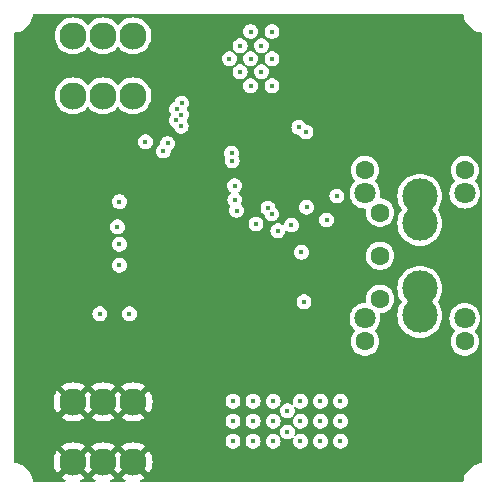
<source format=gbr>
%TF.GenerationSoftware,KiCad,Pcbnew,8.0.5*%
%TF.CreationDate,2025-01-19T00:45:46+01:00*%
%TF.ProjectId,BatteryMonitor,42617474-6572-4794-9d6f-6e69746f722e,rev?*%
%TF.SameCoordinates,Original*%
%TF.FileFunction,Copper,L2,Inr*%
%TF.FilePolarity,Positive*%
%FSLAX46Y46*%
G04 Gerber Fmt 4.6, Leading zero omitted, Abs format (unit mm)*
G04 Created by KiCad (PCBNEW 8.0.5) date 2025-01-19 00:45:46*
%MOMM*%
%LPD*%
G01*
G04 APERTURE LIST*
%TA.AperFunction,ComponentPad*%
%ADD10C,2.300000*%
%TD*%
%TA.AperFunction,ComponentPad*%
%ADD11C,3.000000*%
%TD*%
%TA.AperFunction,ComponentPad*%
%ADD12C,1.600000*%
%TD*%
%TA.AperFunction,ComponentPad*%
%ADD13C,1.800000*%
%TD*%
%TA.AperFunction,ViaPad*%
%ADD14C,0.450000*%
%TD*%
G04 APERTURE END LIST*
D10*
%TO.N,Net-(J2-Pin_1)*%
%TO.C,J2*%
X140240000Y-87140000D03*
X140240000Y-82060000D03*
X137700000Y-87140000D03*
X137700000Y-82060000D03*
X135160000Y-87140000D03*
X135160000Y-82060000D03*
%TD*%
%TO.N,GND*%
%TO.C,J5*%
X140240000Y-118140000D03*
X140240000Y-113060000D03*
X137700000Y-118140000D03*
X137700000Y-113060000D03*
X135160000Y-118140000D03*
X135160000Y-113060000D03*
%TD*%
D11*
%TO.N,Net-(D3-K)*%
%TO.C,J6*%
X164525000Y-105737500D03*
X164525000Y-103437500D03*
%TO.N,+BATT*%
X164525000Y-97937500D03*
X164525000Y-95637500D03*
D12*
%TO.N,unconnected-(J6-Pin_3-Pad3)*%
X161150000Y-104337500D03*
%TO.N,unconnected-(J6-Pin_4-Pad4)*%
X161150000Y-100687500D03*
%TO.N,unconnected-(J6-Pin_5-Pad5)*%
X161150000Y-97037500D03*
%TO.N,N/C*%
X168325000Y-107937500D03*
D13*
X168325000Y-105987500D03*
X168325000Y-95387500D03*
D12*
X168325000Y-93437500D03*
X159875000Y-107937500D03*
D13*
X159875000Y-105987500D03*
X159875000Y-95387500D03*
D12*
X159875000Y-93437500D03*
%TD*%
D14*
%TO.N,GND*%
X151700000Y-102500000D03*
X150700000Y-93500000D03*
X150700000Y-92200000D03*
X150800000Y-99625000D03*
X149100000Y-110275000D03*
X151900000Y-93500000D03*
X147790000Y-93980000D03*
X138962500Y-89350000D03*
X151900000Y-92200000D03*
X157500000Y-97175000D03*
X149200000Y-103700000D03*
X155900000Y-93675000D03*
X153200000Y-93500000D03*
X139075000Y-103300000D03*
X142725000Y-108890000D03*
X162875000Y-118362500D03*
X150875000Y-89600000D03*
X150600000Y-105100000D03*
X137200000Y-89475000D03*
X149200000Y-105100000D03*
X145700000Y-95400000D03*
X150700000Y-94800000D03*
X144700000Y-100600000D03*
X153200000Y-92200000D03*
X155900000Y-89125000D03*
X144100000Y-103175000D03*
X142400000Y-103175000D03*
X148900000Y-99600000D03*
X153400000Y-104750000D03*
X153060000Y-97230000D03*
X151200000Y-110275000D03*
X153200000Y-94800000D03*
X149900000Y-104400000D03*
X141550000Y-95270000D03*
X151900000Y-94800000D03*
X145000000Y-105000000D03*
X139600000Y-110450000D03*
X150600000Y-103700000D03*
X148700000Y-98125000D03*
%TO.N,+3.3V*%
X144370000Y-87750000D03*
X149000000Y-96856934D03*
%TO.N,Net-(J1-Pin_5)*%
X157500000Y-95625000D03*
X156630000Y-97650000D03*
X153640000Y-98090000D03*
%TO.N,+BATT*%
X150200000Y-86300000D03*
X150200000Y-81700000D03*
X149300000Y-85100000D03*
X152000000Y-86300000D03*
X149300000Y-82900000D03*
X151100000Y-85100000D03*
X148400000Y-84000000D03*
X150200000Y-84000000D03*
X151100000Y-82900000D03*
X152000000Y-84000000D03*
X152000000Y-81700000D03*
%TO.N,GNDEXT*%
X143930000Y-88260000D03*
%TO.N,/TS*%
X137430000Y-105600000D03*
%TO.N,/SWDIO*%
X148830000Y-94750000D03*
%TO.N,/SWCLK*%
X148860000Y-95940000D03*
%TO.N,/CELL1*%
X139075000Y-101500000D03*
%TO.N,Net-(J3-Pin_1)*%
X139075000Y-96100000D03*
%TO.N,Net-(J3-Pin_3)*%
X139075000Y-99700000D03*
%TO.N,Net-(J3-Pin_2)*%
X138920000Y-98240000D03*
%TO.N,Net-(J4-Pin_3)*%
X144340000Y-88730000D03*
%TO.N,Net-(J4-Pin_1)*%
X144310000Y-89710000D03*
%TO.N,Net-(Q1-G)*%
X148630000Y-92660000D03*
%TO.N,Net-(Q1-D)*%
X141280000Y-91040000D03*
%TO.N,Net-(U1-SDA)*%
X152500000Y-98560000D03*
X150650000Y-98000000D03*
%TO.N,Net-(J4-Pin_2)*%
X143910000Y-89220000D03*
%TO.N,Net-(U2-PA2)*%
X154880000Y-90200000D03*
%TO.N,Net-(U2-PA3)*%
X154280000Y-89820000D03*
%TO.N,/PWR_SWITCH*%
X154930000Y-96570000D03*
%TO.N,Net-(Q2-D)*%
X153300000Y-113800000D03*
X154400000Y-113000000D03*
X156100000Y-114700000D03*
X154400000Y-114700000D03*
X148700000Y-116400000D03*
X157800000Y-113000000D03*
X152100000Y-116400000D03*
X150400000Y-113000000D03*
X150400000Y-116400000D03*
X148700000Y-114700000D03*
X154400000Y-116400000D03*
X152100000Y-113000000D03*
X153300000Y-115600000D03*
X157800000Y-114700000D03*
X148700000Y-113000000D03*
X156100000Y-116400000D03*
X157800000Y-116400000D03*
X156100000Y-113000000D03*
X152100000Y-114700000D03*
X150400000Y-114700000D03*
%TO.N,/SDA_ISO*%
X151990000Y-97150000D03*
X142812500Y-91825000D03*
%TO.N,Net-(R21-Pad1)*%
X139925000Y-105600000D03*
%TO.N,/SCL_BMS*%
X154710000Y-104580000D03*
X148590000Y-92020000D03*
X154500000Y-100400000D03*
%TO.N,/SCL_ISO*%
X143170000Y-91180000D03*
X151660000Y-96650000D03*
%TD*%
%TA.AperFunction,Conductor*%
%TO.N,GND*%
G36*
X168197789Y-80222174D02*
G01*
X168218830Y-80264841D01*
X168230305Y-80352006D01*
X168291393Y-80579991D01*
X168381714Y-80798045D01*
X168381715Y-80798048D01*
X168499724Y-81002446D01*
X168499728Y-81002452D01*
X168643408Y-81189699D01*
X168810300Y-81356591D01*
X168997547Y-81500271D01*
X168997553Y-81500275D01*
X169134581Y-81579388D01*
X169201951Y-81618284D01*
X169420007Y-81708606D01*
X169647986Y-81769693D01*
X169647992Y-81769693D01*
X169647993Y-81769694D01*
X169666134Y-81772082D01*
X169735158Y-81781169D01*
X169784208Y-81809487D01*
X169799500Y-81854536D01*
X169799500Y-118145462D01*
X169777826Y-118197788D01*
X169735160Y-118218829D01*
X169647992Y-118230306D01*
X169647990Y-118230306D01*
X169647986Y-118230307D01*
X169544580Y-118258014D01*
X169420008Y-118291393D01*
X169201954Y-118381714D01*
X169201951Y-118381715D01*
X168997553Y-118499724D01*
X168997547Y-118499728D01*
X168810300Y-118643408D01*
X168643408Y-118810300D01*
X168499728Y-118997547D01*
X168499724Y-118997553D01*
X168381715Y-119201951D01*
X168381714Y-119201954D01*
X168291393Y-119420008D01*
X168230305Y-119647993D01*
X168218830Y-119735159D01*
X168190511Y-119784208D01*
X168145463Y-119799500D01*
X140917294Y-119799500D01*
X140864968Y-119777826D01*
X140843294Y-119725500D01*
X140864968Y-119673174D01*
X140888975Y-119657133D01*
X140991403Y-119614705D01*
X140991410Y-119614701D01*
X141212839Y-119479009D01*
X141212846Y-119479004D01*
X141219644Y-119473198D01*
X140564024Y-118817578D01*
X140595258Y-118804641D01*
X140718097Y-118722563D01*
X140822563Y-118618097D01*
X140904641Y-118495258D01*
X140917578Y-118464024D01*
X141573198Y-119119644D01*
X141579004Y-119112846D01*
X141579009Y-119112839D01*
X141714701Y-118891410D01*
X141714705Y-118891403D01*
X141814097Y-118651451D01*
X141874724Y-118398916D01*
X141895101Y-118140000D01*
X141874724Y-117881083D01*
X141814097Y-117628548D01*
X141714705Y-117388596D01*
X141714701Y-117388589D01*
X141579011Y-117167162D01*
X141579005Y-117167154D01*
X141573197Y-117160354D01*
X140917577Y-117815973D01*
X140904641Y-117784742D01*
X140822563Y-117661903D01*
X140718097Y-117557437D01*
X140595258Y-117475359D01*
X140564023Y-117462421D01*
X141219644Y-116806801D01*
X141212837Y-116800989D01*
X140991410Y-116665298D01*
X140991403Y-116665294D01*
X140751451Y-116565902D01*
X140498916Y-116505275D01*
X140240000Y-116484898D01*
X139981083Y-116505275D01*
X139728548Y-116565902D01*
X139488596Y-116665294D01*
X139488588Y-116665298D01*
X139267162Y-116800988D01*
X139260354Y-116806801D01*
X139915974Y-117462421D01*
X139884742Y-117475359D01*
X139761903Y-117557437D01*
X139657437Y-117661903D01*
X139575359Y-117784742D01*
X139562421Y-117815974D01*
X138970000Y-117223553D01*
X138377578Y-117815974D01*
X138364641Y-117784742D01*
X138282563Y-117661903D01*
X138178097Y-117557437D01*
X138055258Y-117475359D01*
X138024023Y-117462421D01*
X138679644Y-116806801D01*
X138672837Y-116800989D01*
X138451410Y-116665298D01*
X138451403Y-116665294D01*
X138211451Y-116565902D01*
X137958916Y-116505275D01*
X137700000Y-116484898D01*
X137441083Y-116505275D01*
X137188548Y-116565902D01*
X136948596Y-116665294D01*
X136948588Y-116665298D01*
X136727162Y-116800988D01*
X136720354Y-116806801D01*
X137375974Y-117462421D01*
X137344742Y-117475359D01*
X137221903Y-117557437D01*
X137117437Y-117661903D01*
X137035359Y-117784742D01*
X137022421Y-117815974D01*
X136430000Y-117223553D01*
X135837578Y-117815974D01*
X135824641Y-117784742D01*
X135742563Y-117661903D01*
X135638097Y-117557437D01*
X135515258Y-117475359D01*
X135484023Y-117462421D01*
X136139644Y-116806801D01*
X136132837Y-116800989D01*
X135911410Y-116665298D01*
X135911403Y-116665294D01*
X135671451Y-116565902D01*
X135418916Y-116505275D01*
X135160000Y-116484898D01*
X134901083Y-116505275D01*
X134648548Y-116565902D01*
X134408596Y-116665294D01*
X134408588Y-116665298D01*
X134187162Y-116800988D01*
X134180354Y-116806801D01*
X134835974Y-117462421D01*
X134804742Y-117475359D01*
X134681903Y-117557437D01*
X134577437Y-117661903D01*
X134495359Y-117784742D01*
X134482421Y-117815974D01*
X133826801Y-117160354D01*
X133820988Y-117167162D01*
X133685298Y-117388588D01*
X133685294Y-117388596D01*
X133585902Y-117628548D01*
X133525275Y-117881083D01*
X133504898Y-118140000D01*
X133525275Y-118398916D01*
X133585902Y-118651451D01*
X133685294Y-118891403D01*
X133685298Y-118891410D01*
X133820989Y-119112837D01*
X133826801Y-119119644D01*
X134482421Y-118464023D01*
X134495359Y-118495258D01*
X134577437Y-118618097D01*
X134681903Y-118722563D01*
X134804742Y-118804641D01*
X134835974Y-118817577D01*
X134180354Y-119473197D01*
X134187154Y-119479005D01*
X134187162Y-119479011D01*
X134408589Y-119614701D01*
X134408596Y-119614705D01*
X134511025Y-119657133D01*
X134551073Y-119697182D01*
X134551073Y-119753819D01*
X134511024Y-119793867D01*
X134482706Y-119799500D01*
X131854537Y-119799500D01*
X131802211Y-119777826D01*
X131781170Y-119735159D01*
X131769694Y-119647993D01*
X131769693Y-119647992D01*
X131769693Y-119647986D01*
X131708606Y-119420007D01*
X131618284Y-119201951D01*
X131534277Y-119056447D01*
X131500275Y-118997553D01*
X131500271Y-118997547D01*
X131356591Y-118810300D01*
X131189699Y-118643408D01*
X131002452Y-118499728D01*
X131002446Y-118499724D01*
X130798048Y-118381715D01*
X130798045Y-118381714D01*
X130579991Y-118291393D01*
X130501015Y-118270232D01*
X130352014Y-118230307D01*
X130352007Y-118230306D01*
X130264840Y-118218829D01*
X130215791Y-118190510D01*
X130200500Y-118145462D01*
X130200500Y-116399996D01*
X148069906Y-116399996D01*
X148069906Y-116400003D01*
X148088214Y-116550790D01*
X148142078Y-116692818D01*
X148216743Y-116800988D01*
X148228368Y-116817830D01*
X148342066Y-116918557D01*
X148342067Y-116918557D01*
X148342069Y-116918559D01*
X148476562Y-116989146D01*
X148476566Y-116989148D01*
X148624051Y-117025500D01*
X148624055Y-117025500D01*
X148775945Y-117025500D01*
X148775949Y-117025500D01*
X148923434Y-116989148D01*
X149057934Y-116918557D01*
X149171632Y-116817830D01*
X149257921Y-116692819D01*
X149311785Y-116550791D01*
X149330094Y-116400000D01*
X149330094Y-116399996D01*
X149769906Y-116399996D01*
X149769906Y-116400003D01*
X149788214Y-116550790D01*
X149842078Y-116692818D01*
X149916743Y-116800988D01*
X149928368Y-116817830D01*
X150042066Y-116918557D01*
X150042067Y-116918557D01*
X150042069Y-116918559D01*
X150176562Y-116989146D01*
X150176566Y-116989148D01*
X150324051Y-117025500D01*
X150324055Y-117025500D01*
X150475945Y-117025500D01*
X150475949Y-117025500D01*
X150623434Y-116989148D01*
X150757934Y-116918557D01*
X150871632Y-116817830D01*
X150957921Y-116692819D01*
X151011785Y-116550791D01*
X151030094Y-116400000D01*
X151030094Y-116399996D01*
X151469906Y-116399996D01*
X151469906Y-116400003D01*
X151488214Y-116550790D01*
X151542078Y-116692818D01*
X151616743Y-116800988D01*
X151628368Y-116817830D01*
X151742066Y-116918557D01*
X151742067Y-116918557D01*
X151742069Y-116918559D01*
X151876562Y-116989146D01*
X151876566Y-116989148D01*
X152024051Y-117025500D01*
X152024055Y-117025500D01*
X152175945Y-117025500D01*
X152175949Y-117025500D01*
X152323434Y-116989148D01*
X152457934Y-116918557D01*
X152571632Y-116817830D01*
X152657921Y-116692819D01*
X152711785Y-116550791D01*
X152730094Y-116400000D01*
X152711785Y-116249209D01*
X152657921Y-116107181D01*
X152571632Y-115982170D01*
X152457934Y-115881443D01*
X152457932Y-115881442D01*
X152457930Y-115881440D01*
X152323437Y-115810853D01*
X152323434Y-115810852D01*
X152175949Y-115774500D01*
X152024051Y-115774500D01*
X151876562Y-115810853D01*
X151742069Y-115881440D01*
X151628367Y-115982170D01*
X151542078Y-116107181D01*
X151488214Y-116249209D01*
X151469906Y-116399996D01*
X151030094Y-116399996D01*
X151011785Y-116249209D01*
X150957921Y-116107181D01*
X150871632Y-115982170D01*
X150757934Y-115881443D01*
X150757932Y-115881442D01*
X150757930Y-115881440D01*
X150623437Y-115810853D01*
X150623434Y-115810852D01*
X150475949Y-115774500D01*
X150324051Y-115774500D01*
X150176562Y-115810853D01*
X150042069Y-115881440D01*
X149928367Y-115982170D01*
X149842078Y-116107181D01*
X149788214Y-116249209D01*
X149769906Y-116399996D01*
X149330094Y-116399996D01*
X149311785Y-116249209D01*
X149257921Y-116107181D01*
X149171632Y-115982170D01*
X149057934Y-115881443D01*
X149057932Y-115881442D01*
X149057930Y-115881440D01*
X148923437Y-115810853D01*
X148923434Y-115810852D01*
X148775949Y-115774500D01*
X148624051Y-115774500D01*
X148476562Y-115810853D01*
X148342069Y-115881440D01*
X148228367Y-115982170D01*
X148142078Y-116107181D01*
X148088214Y-116249209D01*
X148069906Y-116399996D01*
X130200500Y-116399996D01*
X130200500Y-115599996D01*
X152669906Y-115599996D01*
X152669906Y-115600003D01*
X152688214Y-115750790D01*
X152742078Y-115892818D01*
X152803754Y-115982170D01*
X152828368Y-116017830D01*
X152942066Y-116118557D01*
X152942067Y-116118557D01*
X152942069Y-116118559D01*
X153076562Y-116189146D01*
X153076566Y-116189148D01*
X153224051Y-116225500D01*
X153224055Y-116225500D01*
X153375945Y-116225500D01*
X153375949Y-116225500D01*
X153523434Y-116189148D01*
X153657934Y-116118557D01*
X153704033Y-116077716D01*
X153757571Y-116059242D01*
X153808493Y-116084036D01*
X153826968Y-116137575D01*
X153822294Y-116159348D01*
X153788214Y-116249208D01*
X153769906Y-116399996D01*
X153769906Y-116400003D01*
X153788214Y-116550790D01*
X153842078Y-116692818D01*
X153916743Y-116800988D01*
X153928368Y-116817830D01*
X154042066Y-116918557D01*
X154042067Y-116918557D01*
X154042069Y-116918559D01*
X154176562Y-116989146D01*
X154176566Y-116989148D01*
X154324051Y-117025500D01*
X154324055Y-117025500D01*
X154475945Y-117025500D01*
X154475949Y-117025500D01*
X154623434Y-116989148D01*
X154757934Y-116918557D01*
X154871632Y-116817830D01*
X154957921Y-116692819D01*
X155011785Y-116550791D01*
X155030094Y-116400000D01*
X155030094Y-116399996D01*
X155469906Y-116399996D01*
X155469906Y-116400003D01*
X155488214Y-116550790D01*
X155542078Y-116692818D01*
X155616743Y-116800988D01*
X155628368Y-116817830D01*
X155742066Y-116918557D01*
X155742067Y-116918557D01*
X155742069Y-116918559D01*
X155876562Y-116989146D01*
X155876566Y-116989148D01*
X156024051Y-117025500D01*
X156024055Y-117025500D01*
X156175945Y-117025500D01*
X156175949Y-117025500D01*
X156323434Y-116989148D01*
X156457934Y-116918557D01*
X156571632Y-116817830D01*
X156657921Y-116692819D01*
X156711785Y-116550791D01*
X156730094Y-116400000D01*
X156730094Y-116399996D01*
X157169906Y-116399996D01*
X157169906Y-116400003D01*
X157188214Y-116550790D01*
X157242078Y-116692818D01*
X157316743Y-116800988D01*
X157328368Y-116817830D01*
X157442066Y-116918557D01*
X157442067Y-116918557D01*
X157442069Y-116918559D01*
X157576562Y-116989146D01*
X157576566Y-116989148D01*
X157724051Y-117025500D01*
X157724055Y-117025500D01*
X157875945Y-117025500D01*
X157875949Y-117025500D01*
X158023434Y-116989148D01*
X158157934Y-116918557D01*
X158271632Y-116817830D01*
X158357921Y-116692819D01*
X158411785Y-116550791D01*
X158430094Y-116400000D01*
X158411785Y-116249209D01*
X158357921Y-116107181D01*
X158271632Y-115982170D01*
X158157934Y-115881443D01*
X158157932Y-115881442D01*
X158157930Y-115881440D01*
X158023437Y-115810853D01*
X158023434Y-115810852D01*
X157875949Y-115774500D01*
X157724051Y-115774500D01*
X157576562Y-115810853D01*
X157442069Y-115881440D01*
X157328367Y-115982170D01*
X157242078Y-116107181D01*
X157188214Y-116249209D01*
X157169906Y-116399996D01*
X156730094Y-116399996D01*
X156711785Y-116249209D01*
X156657921Y-116107181D01*
X156571632Y-115982170D01*
X156457934Y-115881443D01*
X156457932Y-115881442D01*
X156457930Y-115881440D01*
X156323437Y-115810853D01*
X156323434Y-115810852D01*
X156175949Y-115774500D01*
X156024051Y-115774500D01*
X155876562Y-115810853D01*
X155742069Y-115881440D01*
X155628367Y-115982170D01*
X155542078Y-116107181D01*
X155488214Y-116249209D01*
X155469906Y-116399996D01*
X155030094Y-116399996D01*
X155011785Y-116249209D01*
X154957921Y-116107181D01*
X154871632Y-115982170D01*
X154757934Y-115881443D01*
X154757932Y-115881442D01*
X154757930Y-115881440D01*
X154623437Y-115810853D01*
X154623434Y-115810852D01*
X154475949Y-115774500D01*
X154324051Y-115774500D01*
X154176562Y-115810853D01*
X154042069Y-115881440D01*
X153995966Y-115922283D01*
X153942426Y-115940757D01*
X153891505Y-115915962D01*
X153873031Y-115862422D01*
X153877704Y-115840655D01*
X153911785Y-115750791D01*
X153930094Y-115600000D01*
X153911785Y-115449209D01*
X153857921Y-115307181D01*
X153771632Y-115182170D01*
X153657934Y-115081443D01*
X153657932Y-115081442D01*
X153657930Y-115081440D01*
X153523437Y-115010853D01*
X153523434Y-115010852D01*
X153375949Y-114974500D01*
X153224051Y-114974500D01*
X153076562Y-115010853D01*
X152942069Y-115081440D01*
X152828367Y-115182170D01*
X152742078Y-115307181D01*
X152688214Y-115449209D01*
X152669906Y-115599996D01*
X130200500Y-115599996D01*
X130200500Y-113060000D01*
X133504898Y-113060000D01*
X133525275Y-113318916D01*
X133585902Y-113571451D01*
X133685294Y-113811403D01*
X133685298Y-113811410D01*
X133820989Y-114032837D01*
X133826801Y-114039644D01*
X134482421Y-113384023D01*
X134495359Y-113415258D01*
X134577437Y-113538097D01*
X134681903Y-113642563D01*
X134804742Y-113724641D01*
X134835974Y-113737577D01*
X134180354Y-114393197D01*
X134187154Y-114399005D01*
X134187162Y-114399011D01*
X134408589Y-114534701D01*
X134408596Y-114534705D01*
X134648548Y-114634097D01*
X134901083Y-114694724D01*
X135160000Y-114715101D01*
X135418916Y-114694724D01*
X135671451Y-114634097D01*
X135911403Y-114534705D01*
X135911410Y-114534701D01*
X136132839Y-114399009D01*
X136132846Y-114399004D01*
X136139644Y-114393198D01*
X135484024Y-113737578D01*
X135515258Y-113724641D01*
X135638097Y-113642563D01*
X135742563Y-113538097D01*
X135824641Y-113415258D01*
X135837578Y-113384025D01*
X136430000Y-113976447D01*
X137022421Y-113384025D01*
X137035359Y-113415258D01*
X137117437Y-113538097D01*
X137221903Y-113642563D01*
X137344742Y-113724641D01*
X137375974Y-113737577D01*
X136720354Y-114393197D01*
X136727154Y-114399005D01*
X136727162Y-114399011D01*
X136948589Y-114534701D01*
X136948596Y-114534705D01*
X137188548Y-114634097D01*
X137441083Y-114694724D01*
X137700000Y-114715101D01*
X137958916Y-114694724D01*
X138211451Y-114634097D01*
X138451403Y-114534705D01*
X138451410Y-114534701D01*
X138672839Y-114399009D01*
X138672846Y-114399004D01*
X138679644Y-114393198D01*
X138024024Y-113737578D01*
X138055258Y-113724641D01*
X138178097Y-113642563D01*
X138282563Y-113538097D01*
X138364641Y-113415258D01*
X138377578Y-113384025D01*
X138970000Y-113976447D01*
X139562421Y-113384025D01*
X139575359Y-113415258D01*
X139657437Y-113538097D01*
X139761903Y-113642563D01*
X139884742Y-113724641D01*
X139915974Y-113737577D01*
X139260354Y-114393197D01*
X139267154Y-114399005D01*
X139267162Y-114399011D01*
X139488589Y-114534701D01*
X139488596Y-114534705D01*
X139728548Y-114634097D01*
X139981083Y-114694724D01*
X140240000Y-114715101D01*
X140431928Y-114699996D01*
X148069906Y-114699996D01*
X148069906Y-114700003D01*
X148088214Y-114850790D01*
X148142078Y-114992818D01*
X148203250Y-115081440D01*
X148228368Y-115117830D01*
X148342066Y-115218557D01*
X148342067Y-115218557D01*
X148342069Y-115218559D01*
X148476562Y-115289146D01*
X148476566Y-115289148D01*
X148624051Y-115325500D01*
X148624055Y-115325500D01*
X148775945Y-115325500D01*
X148775949Y-115325500D01*
X148923434Y-115289148D01*
X149057934Y-115218557D01*
X149171632Y-115117830D01*
X149257921Y-114992819D01*
X149311785Y-114850791D01*
X149316362Y-114813093D01*
X149330094Y-114700003D01*
X149330094Y-114699996D01*
X149769906Y-114699996D01*
X149769906Y-114700003D01*
X149788214Y-114850790D01*
X149842078Y-114992818D01*
X149903250Y-115081440D01*
X149928368Y-115117830D01*
X150042066Y-115218557D01*
X150042067Y-115218557D01*
X150042069Y-115218559D01*
X150176562Y-115289146D01*
X150176566Y-115289148D01*
X150324051Y-115325500D01*
X150324055Y-115325500D01*
X150475945Y-115325500D01*
X150475949Y-115325500D01*
X150623434Y-115289148D01*
X150757934Y-115218557D01*
X150871632Y-115117830D01*
X150957921Y-114992819D01*
X151011785Y-114850791D01*
X151016362Y-114813093D01*
X151030094Y-114700003D01*
X151030094Y-114699996D01*
X151469906Y-114699996D01*
X151469906Y-114700003D01*
X151488214Y-114850790D01*
X151542078Y-114992818D01*
X151603250Y-115081440D01*
X151628368Y-115117830D01*
X151742066Y-115218557D01*
X151742067Y-115218557D01*
X151742069Y-115218559D01*
X151876562Y-115289146D01*
X151876566Y-115289148D01*
X152024051Y-115325500D01*
X152024055Y-115325500D01*
X152175945Y-115325500D01*
X152175949Y-115325500D01*
X152323434Y-115289148D01*
X152457934Y-115218557D01*
X152571632Y-115117830D01*
X152657921Y-114992819D01*
X152711785Y-114850791D01*
X152716362Y-114813093D01*
X152730094Y-114700003D01*
X152730094Y-114699996D01*
X153769906Y-114699996D01*
X153769906Y-114700003D01*
X153788214Y-114850790D01*
X153842078Y-114992818D01*
X153903250Y-115081440D01*
X153928368Y-115117830D01*
X154042066Y-115218557D01*
X154042067Y-115218557D01*
X154042069Y-115218559D01*
X154176562Y-115289146D01*
X154176566Y-115289148D01*
X154324051Y-115325500D01*
X154324055Y-115325500D01*
X154475945Y-115325500D01*
X154475949Y-115325500D01*
X154623434Y-115289148D01*
X154757934Y-115218557D01*
X154871632Y-115117830D01*
X154957921Y-114992819D01*
X155011785Y-114850791D01*
X155016362Y-114813093D01*
X155030094Y-114700003D01*
X155030094Y-114699996D01*
X155469906Y-114699996D01*
X155469906Y-114700003D01*
X155488214Y-114850790D01*
X155542078Y-114992818D01*
X155603250Y-115081440D01*
X155628368Y-115117830D01*
X155742066Y-115218557D01*
X155742067Y-115218557D01*
X155742069Y-115218559D01*
X155876562Y-115289146D01*
X155876566Y-115289148D01*
X156024051Y-115325500D01*
X156024055Y-115325500D01*
X156175945Y-115325500D01*
X156175949Y-115325500D01*
X156323434Y-115289148D01*
X156457934Y-115218557D01*
X156571632Y-115117830D01*
X156657921Y-114992819D01*
X156711785Y-114850791D01*
X156716362Y-114813093D01*
X156730094Y-114700003D01*
X156730094Y-114699996D01*
X157169906Y-114699996D01*
X157169906Y-114700003D01*
X157188214Y-114850790D01*
X157242078Y-114992818D01*
X157303250Y-115081440D01*
X157328368Y-115117830D01*
X157442066Y-115218557D01*
X157442067Y-115218557D01*
X157442069Y-115218559D01*
X157576562Y-115289146D01*
X157576566Y-115289148D01*
X157724051Y-115325500D01*
X157724055Y-115325500D01*
X157875945Y-115325500D01*
X157875949Y-115325500D01*
X158023434Y-115289148D01*
X158157934Y-115218557D01*
X158271632Y-115117830D01*
X158357921Y-114992819D01*
X158411785Y-114850791D01*
X158416362Y-114813093D01*
X158430094Y-114700003D01*
X158430094Y-114699996D01*
X158411785Y-114549209D01*
X158357921Y-114407181D01*
X158271632Y-114282170D01*
X158157934Y-114181443D01*
X158157932Y-114181442D01*
X158157930Y-114181440D01*
X158023437Y-114110853D01*
X158023434Y-114110852D01*
X157875949Y-114074500D01*
X157724051Y-114074500D01*
X157576562Y-114110853D01*
X157442069Y-114181440D01*
X157328367Y-114282170D01*
X157242078Y-114407181D01*
X157188214Y-114549209D01*
X157169906Y-114699996D01*
X156730094Y-114699996D01*
X156711785Y-114549209D01*
X156657921Y-114407181D01*
X156571632Y-114282170D01*
X156457934Y-114181443D01*
X156457932Y-114181442D01*
X156457930Y-114181440D01*
X156323437Y-114110853D01*
X156323434Y-114110852D01*
X156175949Y-114074500D01*
X156024051Y-114074500D01*
X155876562Y-114110853D01*
X155742069Y-114181440D01*
X155628367Y-114282170D01*
X155542078Y-114407181D01*
X155488214Y-114549209D01*
X155469906Y-114699996D01*
X155030094Y-114699996D01*
X155011785Y-114549209D01*
X154957921Y-114407181D01*
X154871632Y-114282170D01*
X154757934Y-114181443D01*
X154757932Y-114181442D01*
X154757930Y-114181440D01*
X154623437Y-114110853D01*
X154623434Y-114110852D01*
X154475949Y-114074500D01*
X154324051Y-114074500D01*
X154176562Y-114110853D01*
X154042069Y-114181440D01*
X153928367Y-114282170D01*
X153842078Y-114407181D01*
X153788214Y-114549209D01*
X153769906Y-114699996D01*
X152730094Y-114699996D01*
X152711785Y-114549209D01*
X152657921Y-114407181D01*
X152571632Y-114282170D01*
X152457934Y-114181443D01*
X152457932Y-114181442D01*
X152457930Y-114181440D01*
X152323437Y-114110853D01*
X152323434Y-114110852D01*
X152175949Y-114074500D01*
X152024051Y-114074500D01*
X151876562Y-114110853D01*
X151742069Y-114181440D01*
X151628367Y-114282170D01*
X151542078Y-114407181D01*
X151488214Y-114549209D01*
X151469906Y-114699996D01*
X151030094Y-114699996D01*
X151011785Y-114549209D01*
X150957921Y-114407181D01*
X150871632Y-114282170D01*
X150757934Y-114181443D01*
X150757932Y-114181442D01*
X150757930Y-114181440D01*
X150623437Y-114110853D01*
X150623434Y-114110852D01*
X150475949Y-114074500D01*
X150324051Y-114074500D01*
X150176562Y-114110853D01*
X150042069Y-114181440D01*
X149928367Y-114282170D01*
X149842078Y-114407181D01*
X149788214Y-114549209D01*
X149769906Y-114699996D01*
X149330094Y-114699996D01*
X149311785Y-114549209D01*
X149257921Y-114407181D01*
X149171632Y-114282170D01*
X149057934Y-114181443D01*
X149057932Y-114181442D01*
X149057930Y-114181440D01*
X148923437Y-114110853D01*
X148923434Y-114110852D01*
X148775949Y-114074500D01*
X148624051Y-114074500D01*
X148476562Y-114110853D01*
X148342069Y-114181440D01*
X148228367Y-114282170D01*
X148142078Y-114407181D01*
X148088214Y-114549209D01*
X148069906Y-114699996D01*
X140431928Y-114699996D01*
X140498916Y-114694724D01*
X140751451Y-114634097D01*
X140991403Y-114534705D01*
X140991410Y-114534701D01*
X141212839Y-114399009D01*
X141212846Y-114399004D01*
X141219644Y-114393198D01*
X140564024Y-113737578D01*
X140595258Y-113724641D01*
X140718097Y-113642563D01*
X140822563Y-113538097D01*
X140904641Y-113415258D01*
X140917578Y-113384024D01*
X141573198Y-114039644D01*
X141579004Y-114032846D01*
X141579009Y-114032839D01*
X141714701Y-113811410D01*
X141714705Y-113811403D01*
X141719430Y-113799996D01*
X152669906Y-113799996D01*
X152669906Y-113800003D01*
X152688214Y-113950790D01*
X152742078Y-114092818D01*
X152803250Y-114181440D01*
X152828368Y-114217830D01*
X152942066Y-114318557D01*
X152942067Y-114318557D01*
X152942069Y-114318559D01*
X153076562Y-114389146D01*
X153076566Y-114389148D01*
X153224051Y-114425500D01*
X153224055Y-114425500D01*
X153375945Y-114425500D01*
X153375949Y-114425500D01*
X153523434Y-114389148D01*
X153657934Y-114318557D01*
X153771632Y-114217830D01*
X153857921Y-114092819D01*
X153911785Y-113950791D01*
X153928709Y-113811410D01*
X153930094Y-113800003D01*
X153930094Y-113799996D01*
X153911785Y-113649209D01*
X153877705Y-113559347D01*
X153879415Y-113502737D01*
X153920655Y-113463916D01*
X153977266Y-113465626D01*
X153995966Y-113477716D01*
X154042066Y-113518557D01*
X154042067Y-113518557D01*
X154042069Y-113518559D01*
X154142847Y-113571451D01*
X154176566Y-113589148D01*
X154324051Y-113625500D01*
X154324055Y-113625500D01*
X154475945Y-113625500D01*
X154475949Y-113625500D01*
X154623434Y-113589148D01*
X154757934Y-113518557D01*
X154871632Y-113417830D01*
X154957921Y-113292819D01*
X155011785Y-113150791D01*
X155030094Y-113000000D01*
X155030094Y-112999996D01*
X155469906Y-112999996D01*
X155469906Y-113000003D01*
X155488214Y-113150790D01*
X155542078Y-113292818D01*
X155626593Y-113415258D01*
X155628368Y-113417830D01*
X155742066Y-113518557D01*
X155742067Y-113518557D01*
X155742069Y-113518559D01*
X155842847Y-113571451D01*
X155876566Y-113589148D01*
X156024051Y-113625500D01*
X156024055Y-113625500D01*
X156175945Y-113625500D01*
X156175949Y-113625500D01*
X156323434Y-113589148D01*
X156457934Y-113518557D01*
X156571632Y-113417830D01*
X156657921Y-113292819D01*
X156711785Y-113150791D01*
X156730094Y-113000000D01*
X156730094Y-112999996D01*
X157169906Y-112999996D01*
X157169906Y-113000003D01*
X157188214Y-113150790D01*
X157242078Y-113292818D01*
X157326593Y-113415258D01*
X157328368Y-113417830D01*
X157442066Y-113518557D01*
X157442067Y-113518557D01*
X157442069Y-113518559D01*
X157542847Y-113571451D01*
X157576566Y-113589148D01*
X157724051Y-113625500D01*
X157724055Y-113625500D01*
X157875945Y-113625500D01*
X157875949Y-113625500D01*
X158023434Y-113589148D01*
X158157934Y-113518557D01*
X158271632Y-113417830D01*
X158357921Y-113292819D01*
X158411785Y-113150791D01*
X158430094Y-113000000D01*
X158411785Y-112849209D01*
X158357921Y-112707181D01*
X158271632Y-112582170D01*
X158157934Y-112481443D01*
X158157932Y-112481442D01*
X158157930Y-112481440D01*
X158023437Y-112410853D01*
X158023434Y-112410852D01*
X157875949Y-112374500D01*
X157724051Y-112374500D01*
X157576562Y-112410853D01*
X157442069Y-112481440D01*
X157328367Y-112582170D01*
X157242078Y-112707181D01*
X157188214Y-112849209D01*
X157169906Y-112999996D01*
X156730094Y-112999996D01*
X156711785Y-112849209D01*
X156657921Y-112707181D01*
X156571632Y-112582170D01*
X156457934Y-112481443D01*
X156457932Y-112481442D01*
X156457930Y-112481440D01*
X156323437Y-112410853D01*
X156323434Y-112410852D01*
X156175949Y-112374500D01*
X156024051Y-112374500D01*
X155876562Y-112410853D01*
X155742069Y-112481440D01*
X155628367Y-112582170D01*
X155542078Y-112707181D01*
X155488214Y-112849209D01*
X155469906Y-112999996D01*
X155030094Y-112999996D01*
X155011785Y-112849209D01*
X154957921Y-112707181D01*
X154871632Y-112582170D01*
X154757934Y-112481443D01*
X154757932Y-112481442D01*
X154757930Y-112481440D01*
X154623437Y-112410853D01*
X154623434Y-112410852D01*
X154475949Y-112374500D01*
X154324051Y-112374500D01*
X154176562Y-112410853D01*
X154042069Y-112481440D01*
X153928367Y-112582170D01*
X153842078Y-112707181D01*
X153788214Y-112849209D01*
X153769906Y-112999996D01*
X153769906Y-113000003D01*
X153788214Y-113150790D01*
X153822294Y-113240651D01*
X153820584Y-113297263D01*
X153779344Y-113336083D01*
X153722732Y-113334373D01*
X153704033Y-113322282D01*
X153657934Y-113281442D01*
X153657932Y-113281441D01*
X153523437Y-113210853D01*
X153523434Y-113210852D01*
X153375949Y-113174500D01*
X153224051Y-113174500D01*
X153076562Y-113210853D01*
X152942069Y-113281440D01*
X152828367Y-113382170D01*
X152742078Y-113507181D01*
X152688214Y-113649209D01*
X152669906Y-113799996D01*
X141719430Y-113799996D01*
X141814097Y-113571451D01*
X141874724Y-113318916D01*
X141895101Y-113060000D01*
X141890379Y-112999996D01*
X148069906Y-112999996D01*
X148069906Y-113000003D01*
X148088214Y-113150790D01*
X148142078Y-113292818D01*
X148226593Y-113415258D01*
X148228368Y-113417830D01*
X148342066Y-113518557D01*
X148342067Y-113518557D01*
X148342069Y-113518559D01*
X148442847Y-113571451D01*
X148476566Y-113589148D01*
X148624051Y-113625500D01*
X148624055Y-113625500D01*
X148775945Y-113625500D01*
X148775949Y-113625500D01*
X148923434Y-113589148D01*
X149057934Y-113518557D01*
X149171632Y-113417830D01*
X149257921Y-113292819D01*
X149311785Y-113150791D01*
X149330094Y-113000000D01*
X149330094Y-112999996D01*
X149769906Y-112999996D01*
X149769906Y-113000003D01*
X149788214Y-113150790D01*
X149842078Y-113292818D01*
X149926593Y-113415258D01*
X149928368Y-113417830D01*
X150042066Y-113518557D01*
X150042067Y-113518557D01*
X150042069Y-113518559D01*
X150142847Y-113571451D01*
X150176566Y-113589148D01*
X150324051Y-113625500D01*
X150324055Y-113625500D01*
X150475945Y-113625500D01*
X150475949Y-113625500D01*
X150623434Y-113589148D01*
X150757934Y-113518557D01*
X150871632Y-113417830D01*
X150957921Y-113292819D01*
X151011785Y-113150791D01*
X151030094Y-113000000D01*
X151030094Y-112999996D01*
X151469906Y-112999996D01*
X151469906Y-113000003D01*
X151488214Y-113150790D01*
X151542078Y-113292818D01*
X151626593Y-113415258D01*
X151628368Y-113417830D01*
X151742066Y-113518557D01*
X151742067Y-113518557D01*
X151742069Y-113518559D01*
X151842847Y-113571451D01*
X151876566Y-113589148D01*
X152024051Y-113625500D01*
X152024055Y-113625500D01*
X152175945Y-113625500D01*
X152175949Y-113625500D01*
X152323434Y-113589148D01*
X152457934Y-113518557D01*
X152571632Y-113417830D01*
X152657921Y-113292819D01*
X152711785Y-113150791D01*
X152730094Y-113000000D01*
X152711785Y-112849209D01*
X152657921Y-112707181D01*
X152571632Y-112582170D01*
X152457934Y-112481443D01*
X152457932Y-112481442D01*
X152457930Y-112481440D01*
X152323437Y-112410853D01*
X152323434Y-112410852D01*
X152175949Y-112374500D01*
X152024051Y-112374500D01*
X151876562Y-112410853D01*
X151742069Y-112481440D01*
X151628367Y-112582170D01*
X151542078Y-112707181D01*
X151488214Y-112849209D01*
X151469906Y-112999996D01*
X151030094Y-112999996D01*
X151011785Y-112849209D01*
X150957921Y-112707181D01*
X150871632Y-112582170D01*
X150757934Y-112481443D01*
X150757932Y-112481442D01*
X150757930Y-112481440D01*
X150623437Y-112410853D01*
X150623434Y-112410852D01*
X150475949Y-112374500D01*
X150324051Y-112374500D01*
X150176562Y-112410853D01*
X150042069Y-112481440D01*
X149928367Y-112582170D01*
X149842078Y-112707181D01*
X149788214Y-112849209D01*
X149769906Y-112999996D01*
X149330094Y-112999996D01*
X149311785Y-112849209D01*
X149257921Y-112707181D01*
X149171632Y-112582170D01*
X149057934Y-112481443D01*
X149057932Y-112481442D01*
X149057930Y-112481440D01*
X148923437Y-112410853D01*
X148923434Y-112410852D01*
X148775949Y-112374500D01*
X148624051Y-112374500D01*
X148476562Y-112410853D01*
X148342069Y-112481440D01*
X148228367Y-112582170D01*
X148142078Y-112707181D01*
X148088214Y-112849209D01*
X148069906Y-112999996D01*
X141890379Y-112999996D01*
X141874724Y-112801083D01*
X141814097Y-112548548D01*
X141714705Y-112308596D01*
X141714701Y-112308589D01*
X141579011Y-112087162D01*
X141579005Y-112087154D01*
X141573197Y-112080354D01*
X140917577Y-112735973D01*
X140904641Y-112704742D01*
X140822563Y-112581903D01*
X140718097Y-112477437D01*
X140595258Y-112395359D01*
X140564023Y-112382421D01*
X141219644Y-111726801D01*
X141212837Y-111720989D01*
X140991410Y-111585298D01*
X140991403Y-111585294D01*
X140751451Y-111485902D01*
X140498916Y-111425275D01*
X140240000Y-111404898D01*
X139981083Y-111425275D01*
X139728548Y-111485902D01*
X139488596Y-111585294D01*
X139488588Y-111585298D01*
X139267162Y-111720988D01*
X139260354Y-111726801D01*
X139915974Y-112382421D01*
X139884742Y-112395359D01*
X139761903Y-112477437D01*
X139657437Y-112581903D01*
X139575359Y-112704742D01*
X139562421Y-112735974D01*
X138970000Y-112143553D01*
X138377578Y-112735974D01*
X138364641Y-112704742D01*
X138282563Y-112581903D01*
X138178097Y-112477437D01*
X138055258Y-112395359D01*
X138024023Y-112382421D01*
X138679644Y-111726801D01*
X138672837Y-111720989D01*
X138451410Y-111585298D01*
X138451403Y-111585294D01*
X138211451Y-111485902D01*
X137958916Y-111425275D01*
X137700000Y-111404898D01*
X137441083Y-111425275D01*
X137188548Y-111485902D01*
X136948596Y-111585294D01*
X136948588Y-111585298D01*
X136727162Y-111720988D01*
X136720354Y-111726801D01*
X137375974Y-112382421D01*
X137344742Y-112395359D01*
X137221903Y-112477437D01*
X137117437Y-112581903D01*
X137035359Y-112704742D01*
X137022421Y-112735974D01*
X136430000Y-112143553D01*
X135837578Y-112735974D01*
X135824641Y-112704742D01*
X135742563Y-112581903D01*
X135638097Y-112477437D01*
X135515258Y-112395359D01*
X135484023Y-112382421D01*
X136139644Y-111726801D01*
X136132837Y-111720989D01*
X135911410Y-111585298D01*
X135911403Y-111585294D01*
X135671451Y-111485902D01*
X135418916Y-111425275D01*
X135160000Y-111404898D01*
X134901083Y-111425275D01*
X134648548Y-111485902D01*
X134408596Y-111585294D01*
X134408588Y-111585298D01*
X134187162Y-111720988D01*
X134180354Y-111726801D01*
X134835974Y-112382421D01*
X134804742Y-112395359D01*
X134681903Y-112477437D01*
X134577437Y-112581903D01*
X134495359Y-112704742D01*
X134482421Y-112735974D01*
X133826801Y-112080354D01*
X133820988Y-112087162D01*
X133685298Y-112308588D01*
X133685294Y-112308596D01*
X133585902Y-112548548D01*
X133525275Y-112801083D01*
X133504898Y-113060000D01*
X130200500Y-113060000D01*
X130200500Y-105599996D01*
X136799906Y-105599996D01*
X136799906Y-105600003D01*
X136818214Y-105750790D01*
X136872078Y-105892818D01*
X136937433Y-105987500D01*
X136958368Y-106017830D01*
X137072066Y-106118557D01*
X137072067Y-106118557D01*
X137072069Y-106118559D01*
X137206562Y-106189146D01*
X137206566Y-106189148D01*
X137354051Y-106225500D01*
X137354055Y-106225500D01*
X137505945Y-106225500D01*
X137505949Y-106225500D01*
X137653434Y-106189148D01*
X137787934Y-106118557D01*
X137901632Y-106017830D01*
X137987921Y-105892819D01*
X138041785Y-105750791D01*
X138060094Y-105600000D01*
X138060094Y-105599996D01*
X139294906Y-105599996D01*
X139294906Y-105600003D01*
X139313214Y-105750790D01*
X139367078Y-105892818D01*
X139432433Y-105987500D01*
X139453368Y-106017830D01*
X139567066Y-106118557D01*
X139567067Y-106118557D01*
X139567069Y-106118559D01*
X139701562Y-106189146D01*
X139701566Y-106189148D01*
X139849051Y-106225500D01*
X139849055Y-106225500D01*
X140000945Y-106225500D01*
X140000949Y-106225500D01*
X140148434Y-106189148D01*
X140282934Y-106118557D01*
X140396632Y-106017830D01*
X140417571Y-105987494D01*
X158569532Y-105987494D01*
X158569532Y-105987505D01*
X158589364Y-106214188D01*
X158589365Y-106214196D01*
X158648258Y-106433988D01*
X158648260Y-106433992D01*
X158648261Y-106433996D01*
X158744432Y-106640234D01*
X158744434Y-106640236D01*
X158744435Y-106640239D01*
X158874953Y-106826639D01*
X159028379Y-106980065D01*
X159050053Y-107032391D01*
X159028379Y-107084717D01*
X159025907Y-107087077D01*
X158984016Y-107125266D01*
X158849944Y-107302806D01*
X158849942Y-107302809D01*
X158750771Y-107501972D01*
X158750769Y-107501977D01*
X158689885Y-107715962D01*
X158689883Y-107715975D01*
X158669357Y-107937496D01*
X158669357Y-107937503D01*
X158689883Y-108159024D01*
X158689885Y-108159037D01*
X158750769Y-108373022D01*
X158750771Y-108373027D01*
X158849942Y-108572190D01*
X158849944Y-108572193D01*
X158981356Y-108746210D01*
X158984019Y-108749736D01*
X159148438Y-108899624D01*
X159337599Y-109016747D01*
X159545060Y-109097118D01*
X159763757Y-109138000D01*
X159986243Y-109138000D01*
X160204940Y-109097118D01*
X160412401Y-109016747D01*
X160601562Y-108899624D01*
X160765981Y-108749736D01*
X160900058Y-108572189D01*
X160999229Y-108373028D01*
X161060115Y-108159036D01*
X161080643Y-107937500D01*
X161060115Y-107715964D01*
X160999229Y-107501972D01*
X160900058Y-107302811D01*
X160900057Y-107302810D01*
X160900057Y-107302809D01*
X160900055Y-107302806D01*
X160765982Y-107125264D01*
X160765981Y-107125263D01*
X160724093Y-107087078D01*
X160700025Y-107035809D01*
X160719259Y-106982538D01*
X160721598Y-106980087D01*
X160875047Y-106826639D01*
X161005568Y-106640234D01*
X161101739Y-106433996D01*
X161160635Y-106214192D01*
X161169449Y-106113440D01*
X161180468Y-105987505D01*
X161180468Y-105987494D01*
X161160635Y-105760811D01*
X161160636Y-105760811D01*
X161125894Y-105631152D01*
X161133287Y-105575000D01*
X161178221Y-105540521D01*
X161197373Y-105538000D01*
X161261243Y-105538000D01*
X161479940Y-105497118D01*
X161687401Y-105416747D01*
X161876562Y-105299624D01*
X162040981Y-105149736D01*
X162175058Y-104972189D01*
X162274229Y-104773028D01*
X162335115Y-104559036D01*
X162355643Y-104337500D01*
X162350980Y-104287181D01*
X162335116Y-104115975D01*
X162335115Y-104115964D01*
X162274229Y-103901972D01*
X162175058Y-103702811D01*
X162175057Y-103702810D01*
X162175057Y-103702809D01*
X162175055Y-103702806D01*
X162040983Y-103525267D01*
X162040981Y-103525264D01*
X161944701Y-103437493D01*
X162619645Y-103437493D01*
X162619645Y-103437506D01*
X162639038Y-103708657D01*
X162696824Y-103974297D01*
X162696829Y-103974315D01*
X162791826Y-104229010D01*
X162791827Y-104229014D01*
X162922111Y-104467611D01*
X162922112Y-104467613D01*
X162978661Y-104543154D01*
X162992668Y-104598032D01*
X162978661Y-104631846D01*
X162922112Y-104707386D01*
X162922111Y-104707388D01*
X162791827Y-104945985D01*
X162791826Y-104945989D01*
X162696829Y-105200684D01*
X162696824Y-105200702D01*
X162639038Y-105466342D01*
X162619645Y-105737493D01*
X162619645Y-105737506D01*
X162639038Y-106008657D01*
X162696824Y-106274297D01*
X162696829Y-106274315D01*
X162791826Y-106529010D01*
X162791827Y-106529014D01*
X162922109Y-106767608D01*
X162922113Y-106767613D01*
X163085029Y-106985242D01*
X163277258Y-107177471D01*
X163444685Y-107302806D01*
X163494891Y-107340390D01*
X163733485Y-107470672D01*
X163733489Y-107470673D01*
X163988184Y-107565670D01*
X163988190Y-107565671D01*
X163988199Y-107565675D01*
X164253840Y-107623461D01*
X164314097Y-107627770D01*
X164524993Y-107642855D01*
X164525000Y-107642855D01*
X164525007Y-107642855D01*
X164714812Y-107629279D01*
X164796160Y-107623461D01*
X165061801Y-107565675D01*
X165061812Y-107565670D01*
X165061815Y-107565670D01*
X165316510Y-107470673D01*
X165316514Y-107470672D01*
X165555108Y-107340390D01*
X165555109Y-107340389D01*
X165555113Y-107340387D01*
X165772742Y-107177471D01*
X165964971Y-106985242D01*
X166127887Y-106767613D01*
X166127890Y-106767608D01*
X166258172Y-106529014D01*
X166258173Y-106529010D01*
X166353170Y-106274315D01*
X166353170Y-106274312D01*
X166353175Y-106274301D01*
X166410961Y-106008660D01*
X166412475Y-105987494D01*
X167019532Y-105987494D01*
X167019532Y-105987505D01*
X167039364Y-106214188D01*
X167039365Y-106214196D01*
X167098258Y-106433988D01*
X167098260Y-106433992D01*
X167098261Y-106433996D01*
X167194432Y-106640234D01*
X167194434Y-106640236D01*
X167194435Y-106640239D01*
X167324953Y-106826639D01*
X167478379Y-106980065D01*
X167500053Y-107032391D01*
X167478379Y-107084717D01*
X167475907Y-107087077D01*
X167434016Y-107125266D01*
X167299944Y-107302806D01*
X167299942Y-107302809D01*
X167200771Y-107501972D01*
X167200769Y-107501977D01*
X167139885Y-107715962D01*
X167139883Y-107715975D01*
X167119357Y-107937496D01*
X167119357Y-107937503D01*
X167139883Y-108159024D01*
X167139885Y-108159037D01*
X167200769Y-108373022D01*
X167200771Y-108373027D01*
X167299942Y-108572190D01*
X167299944Y-108572193D01*
X167431356Y-108746210D01*
X167434019Y-108749736D01*
X167598438Y-108899624D01*
X167787599Y-109016747D01*
X167995060Y-109097118D01*
X168213757Y-109138000D01*
X168436243Y-109138000D01*
X168654940Y-109097118D01*
X168862401Y-109016747D01*
X169051562Y-108899624D01*
X169215981Y-108749736D01*
X169350058Y-108572189D01*
X169449229Y-108373028D01*
X169510115Y-108159036D01*
X169530643Y-107937500D01*
X169510115Y-107715964D01*
X169449229Y-107501972D01*
X169350058Y-107302811D01*
X169350057Y-107302810D01*
X169350057Y-107302809D01*
X169350055Y-107302806D01*
X169215982Y-107125264D01*
X169215981Y-107125263D01*
X169174093Y-107087078D01*
X169150025Y-107035809D01*
X169169259Y-106982538D01*
X169171598Y-106980087D01*
X169325047Y-106826639D01*
X169455568Y-106640234D01*
X169551739Y-106433996D01*
X169610635Y-106214192D01*
X169619449Y-106113440D01*
X169630468Y-105987505D01*
X169630468Y-105987494D01*
X169610635Y-105760811D01*
X169610634Y-105760803D01*
X169551741Y-105541011D01*
X169551740Y-105541010D01*
X169551739Y-105541004D01*
X169455568Y-105334766D01*
X169325047Y-105148361D01*
X169164139Y-104987453D01*
X169104916Y-104945985D01*
X168977739Y-104856935D01*
X168977736Y-104856934D01*
X168977734Y-104856932D01*
X168771496Y-104760761D01*
X168771492Y-104760760D01*
X168771488Y-104760758D01*
X168551696Y-104701865D01*
X168551688Y-104701864D01*
X168325005Y-104682032D01*
X168324995Y-104682032D01*
X168098311Y-104701864D01*
X168098303Y-104701865D01*
X167878511Y-104760758D01*
X167878504Y-104760760D01*
X167878504Y-104760761D01*
X167852211Y-104773022D01*
X167672260Y-104856935D01*
X167485860Y-104987453D01*
X167324953Y-105148360D01*
X167194435Y-105334760D01*
X167194432Y-105334765D01*
X167194432Y-105334766D01*
X167156203Y-105416748D01*
X167098263Y-105541000D01*
X167098258Y-105541011D01*
X167039365Y-105760803D01*
X167039364Y-105760811D01*
X167019532Y-105987494D01*
X166412475Y-105987494D01*
X166428688Y-105760808D01*
X166430355Y-105737506D01*
X166430355Y-105737493D01*
X166410961Y-105466342D01*
X166400173Y-105416748D01*
X166353175Y-105200699D01*
X166353171Y-105200690D01*
X166353170Y-105200684D01*
X166258173Y-104945989D01*
X166258172Y-104945985D01*
X166127890Y-104707391D01*
X166071338Y-104631847D01*
X166057331Y-104576969D01*
X166071338Y-104543153D01*
X166127887Y-104467613D01*
X166148857Y-104429209D01*
X166258172Y-104229014D01*
X166258173Y-104229010D01*
X166353170Y-103974315D01*
X166353170Y-103974312D01*
X166353175Y-103974301D01*
X166410961Y-103708660D01*
X166430355Y-103437500D01*
X166430355Y-103437493D01*
X166415270Y-103226597D01*
X166410961Y-103166340D01*
X166353175Y-102900699D01*
X166353171Y-102900690D01*
X166353170Y-102900684D01*
X166258173Y-102645989D01*
X166258172Y-102645985D01*
X166127890Y-102407391D01*
X166126685Y-102405781D01*
X165964971Y-102189758D01*
X165772742Y-101997529D01*
X165571818Y-101847118D01*
X165555108Y-101834609D01*
X165316514Y-101704327D01*
X165316510Y-101704326D01*
X165061815Y-101609329D01*
X165061797Y-101609324D01*
X164796157Y-101551538D01*
X164525007Y-101532145D01*
X164524993Y-101532145D01*
X164253842Y-101551538D01*
X163988202Y-101609324D01*
X163988184Y-101609329D01*
X163733489Y-101704326D01*
X163733485Y-101704327D01*
X163494891Y-101834609D01*
X163277255Y-101997531D01*
X163085031Y-102189755D01*
X162922109Y-102407391D01*
X162791827Y-102645985D01*
X162791826Y-102645989D01*
X162696829Y-102900684D01*
X162696824Y-102900702D01*
X162639038Y-103166342D01*
X162619645Y-103437493D01*
X161944701Y-103437493D01*
X161876562Y-103375376D01*
X161687401Y-103258253D01*
X161626168Y-103234531D01*
X161479942Y-103177882D01*
X161261246Y-103137000D01*
X161261243Y-103137000D01*
X161038757Y-103137000D01*
X161038753Y-103137000D01*
X160820057Y-103177882D01*
X160612604Y-103258251D01*
X160612599Y-103258253D01*
X160612594Y-103258255D01*
X160612594Y-103258256D01*
X160423440Y-103375374D01*
X160259016Y-103525267D01*
X160124944Y-103702806D01*
X160124942Y-103702809D01*
X160025771Y-103901972D01*
X160025769Y-103901977D01*
X159964885Y-104115962D01*
X159964883Y-104115975D01*
X159944357Y-104337496D01*
X159944357Y-104337503D01*
X159964883Y-104559024D01*
X159964884Y-104559030D01*
X159964885Y-104559036D01*
X159970849Y-104579996D01*
X159973668Y-104589904D01*
X159967139Y-104646164D01*
X159922742Y-104681330D01*
X159896044Y-104683873D01*
X159875000Y-104682032D01*
X159874998Y-104682032D01*
X159874996Y-104682032D01*
X159874995Y-104682032D01*
X159648311Y-104701864D01*
X159648303Y-104701865D01*
X159428511Y-104760758D01*
X159428504Y-104760760D01*
X159428504Y-104760761D01*
X159402211Y-104773022D01*
X159222260Y-104856935D01*
X159035860Y-104987453D01*
X158874953Y-105148360D01*
X158744435Y-105334760D01*
X158744432Y-105334765D01*
X158744432Y-105334766D01*
X158706203Y-105416748D01*
X158648263Y-105541000D01*
X158648258Y-105541011D01*
X158589365Y-105760803D01*
X158589364Y-105760811D01*
X158569532Y-105987494D01*
X140417571Y-105987494D01*
X140482921Y-105892819D01*
X140536785Y-105750791D01*
X140555094Y-105600000D01*
X140547930Y-105541000D01*
X140536785Y-105449209D01*
X140482921Y-105307181D01*
X140396632Y-105182170D01*
X140302254Y-105098559D01*
X140282934Y-105081443D01*
X140282932Y-105081442D01*
X140282930Y-105081440D01*
X140148437Y-105010853D01*
X140148434Y-105010852D01*
X140000949Y-104974500D01*
X139849051Y-104974500D01*
X139701562Y-105010853D01*
X139567069Y-105081440D01*
X139453367Y-105182170D01*
X139367078Y-105307181D01*
X139313214Y-105449209D01*
X139294906Y-105599996D01*
X138060094Y-105599996D01*
X138052930Y-105541000D01*
X138041785Y-105449209D01*
X137987921Y-105307181D01*
X137901632Y-105182170D01*
X137807254Y-105098559D01*
X137787934Y-105081443D01*
X137787932Y-105081442D01*
X137787930Y-105081440D01*
X137653437Y-105010853D01*
X137653434Y-105010852D01*
X137505949Y-104974500D01*
X137354051Y-104974500D01*
X137206562Y-105010853D01*
X137072069Y-105081440D01*
X136958367Y-105182170D01*
X136872078Y-105307181D01*
X136818214Y-105449209D01*
X136799906Y-105599996D01*
X130200500Y-105599996D01*
X130200500Y-104579996D01*
X154079906Y-104579996D01*
X154079906Y-104580003D01*
X154098214Y-104730790D01*
X154152078Y-104872818D01*
X154202585Y-104945989D01*
X154238368Y-104997830D01*
X154352066Y-105098557D01*
X154352067Y-105098557D01*
X154352069Y-105098559D01*
X154486562Y-105169146D01*
X154486566Y-105169148D01*
X154634051Y-105205500D01*
X154634055Y-105205500D01*
X154785945Y-105205500D01*
X154785949Y-105205500D01*
X154933434Y-105169148D01*
X155067934Y-105098557D01*
X155181632Y-104997830D01*
X155267921Y-104872819D01*
X155321785Y-104730791D01*
X155327791Y-104681330D01*
X155340094Y-104580003D01*
X155340094Y-104579996D01*
X155321785Y-104429209D01*
X155267921Y-104287181D01*
X155181632Y-104162170D01*
X155129476Y-104115964D01*
X155067934Y-104061443D01*
X155067932Y-104061442D01*
X155067930Y-104061440D01*
X154933437Y-103990853D01*
X154933434Y-103990852D01*
X154785949Y-103954500D01*
X154634051Y-103954500D01*
X154486562Y-103990853D01*
X154352069Y-104061440D01*
X154238367Y-104162170D01*
X154152078Y-104287181D01*
X154098214Y-104429209D01*
X154079906Y-104579996D01*
X130200500Y-104579996D01*
X130200500Y-101499996D01*
X138444906Y-101499996D01*
X138444906Y-101500003D01*
X138463214Y-101650790D01*
X138517078Y-101792818D01*
X138582778Y-101888000D01*
X138603368Y-101917830D01*
X138717066Y-102018557D01*
X138717067Y-102018557D01*
X138717069Y-102018559D01*
X138851562Y-102089146D01*
X138851566Y-102089148D01*
X138999051Y-102125500D01*
X138999055Y-102125500D01*
X139150945Y-102125500D01*
X139150949Y-102125500D01*
X139298434Y-102089148D01*
X139432934Y-102018557D01*
X139546632Y-101917830D01*
X139632921Y-101792819D01*
X139686785Y-101650791D01*
X139705094Y-101500000D01*
X139705061Y-101499732D01*
X139686785Y-101349209D01*
X139632921Y-101207181D01*
X139546632Y-101082170D01*
X139441631Y-100989148D01*
X139432934Y-100981443D01*
X139432932Y-100981442D01*
X139432930Y-100981440D01*
X139298437Y-100910853D01*
X139298434Y-100910852D01*
X139150949Y-100874500D01*
X138999051Y-100874500D01*
X138851562Y-100910853D01*
X138717069Y-100981440D01*
X138603367Y-101082170D01*
X138517078Y-101207181D01*
X138463214Y-101349209D01*
X138444906Y-101499996D01*
X130200500Y-101499996D01*
X130200500Y-100399996D01*
X153869906Y-100399996D01*
X153869906Y-100400003D01*
X153888214Y-100550790D01*
X153942078Y-100692818D01*
X153942079Y-100692819D01*
X154028368Y-100817830D01*
X154142066Y-100918557D01*
X154142067Y-100918557D01*
X154142069Y-100918559D01*
X154261885Y-100981443D01*
X154276566Y-100989148D01*
X154424051Y-101025500D01*
X154424055Y-101025500D01*
X154575945Y-101025500D01*
X154575949Y-101025500D01*
X154723434Y-100989148D01*
X154857934Y-100918557D01*
X154971632Y-100817830D01*
X155057921Y-100692819D01*
X155059940Y-100687496D01*
X159944357Y-100687496D01*
X159944357Y-100687503D01*
X159964883Y-100909024D01*
X159964885Y-100909037D01*
X159998021Y-101025499D01*
X160025771Y-101123028D01*
X160075356Y-101222608D01*
X160124942Y-101322190D01*
X160124944Y-101322193D01*
X160256356Y-101496210D01*
X160259019Y-101499736D01*
X160423438Y-101649624D01*
X160612599Y-101766747D01*
X160820060Y-101847118D01*
X161038757Y-101888000D01*
X161261243Y-101888000D01*
X161479940Y-101847118D01*
X161687401Y-101766747D01*
X161876562Y-101649624D01*
X162040981Y-101499736D01*
X162175058Y-101322189D01*
X162274229Y-101123028D01*
X162335115Y-100909036D01*
X162355643Y-100687500D01*
X162335115Y-100465964D01*
X162274229Y-100251972D01*
X162175058Y-100052811D01*
X162175057Y-100052810D01*
X162175057Y-100052809D01*
X162175055Y-100052806D01*
X162040983Y-99875267D01*
X162040981Y-99875264D01*
X161876562Y-99725376D01*
X161687401Y-99608253D01*
X161626168Y-99584531D01*
X161479942Y-99527882D01*
X161261246Y-99487000D01*
X161261243Y-99487000D01*
X161038757Y-99487000D01*
X161038753Y-99487000D01*
X160820057Y-99527882D01*
X160612604Y-99608251D01*
X160612599Y-99608253D01*
X160612594Y-99608255D01*
X160612594Y-99608256D01*
X160423440Y-99725374D01*
X160423438Y-99725376D01*
X160329676Y-99810852D01*
X160259016Y-99875267D01*
X160124944Y-100052806D01*
X160124942Y-100052809D01*
X160025771Y-100251972D01*
X160025769Y-100251977D01*
X159964885Y-100465962D01*
X159964883Y-100465975D01*
X159944357Y-100687496D01*
X155059940Y-100687496D01*
X155111785Y-100550791D01*
X155130094Y-100400000D01*
X155116634Y-100289148D01*
X155111785Y-100249209D01*
X155057921Y-100107181D01*
X154971632Y-99982170D01*
X154857934Y-99881443D01*
X154857932Y-99881442D01*
X154857930Y-99881440D01*
X154723437Y-99810853D01*
X154723434Y-99810852D01*
X154575949Y-99774500D01*
X154424051Y-99774500D01*
X154276562Y-99810853D01*
X154142069Y-99881440D01*
X154028367Y-99982170D01*
X153942078Y-100107181D01*
X153888214Y-100249209D01*
X153869906Y-100399996D01*
X130200500Y-100399996D01*
X130200500Y-99699996D01*
X138444906Y-99699996D01*
X138444906Y-99700003D01*
X138463214Y-99850790D01*
X138517078Y-99992818D01*
X138596018Y-100107181D01*
X138603368Y-100117830D01*
X138717066Y-100218557D01*
X138717067Y-100218557D01*
X138717069Y-100218559D01*
X138851562Y-100289146D01*
X138851566Y-100289148D01*
X138999051Y-100325500D01*
X138999055Y-100325500D01*
X139150945Y-100325500D01*
X139150949Y-100325500D01*
X139298434Y-100289148D01*
X139432934Y-100218557D01*
X139546632Y-100117830D01*
X139632921Y-99992819D01*
X139686785Y-99850791D01*
X139697120Y-99765675D01*
X139705094Y-99700003D01*
X139705094Y-99699996D01*
X139686785Y-99549209D01*
X139632921Y-99407181D01*
X139546632Y-99282170D01*
X139437222Y-99185242D01*
X139432934Y-99181443D01*
X139432932Y-99181442D01*
X139432930Y-99181440D01*
X139298437Y-99110853D01*
X139298434Y-99110852D01*
X139150949Y-99074500D01*
X138999051Y-99074500D01*
X138851562Y-99110853D01*
X138717069Y-99181440D01*
X138603367Y-99282170D01*
X138517078Y-99407181D01*
X138463214Y-99549209D01*
X138444906Y-99699996D01*
X130200500Y-99699996D01*
X130200500Y-98239996D01*
X138289906Y-98239996D01*
X138289906Y-98240003D01*
X138308214Y-98390790D01*
X138362078Y-98532818D01*
X138414359Y-98608559D01*
X138448368Y-98657830D01*
X138562066Y-98758557D01*
X138562067Y-98758557D01*
X138562069Y-98758559D01*
X138696562Y-98829146D01*
X138696566Y-98829148D01*
X138844051Y-98865500D01*
X138844055Y-98865500D01*
X138995945Y-98865500D01*
X138995949Y-98865500D01*
X139143434Y-98829148D01*
X139277934Y-98758557D01*
X139391632Y-98657830D01*
X139477921Y-98532819D01*
X139531785Y-98390791D01*
X139550094Y-98240000D01*
X139549990Y-98239146D01*
X139531785Y-98089209D01*
X139497951Y-97999996D01*
X150019906Y-97999996D01*
X150019906Y-98000003D01*
X150038214Y-98150790D01*
X150092078Y-98292818D01*
X150159704Y-98390790D01*
X150178368Y-98417830D01*
X150292066Y-98518557D01*
X150292067Y-98518557D01*
X150292069Y-98518559D01*
X150426562Y-98589146D01*
X150426566Y-98589148D01*
X150574051Y-98625500D01*
X150574055Y-98625500D01*
X150725945Y-98625500D01*
X150725949Y-98625500D01*
X150873434Y-98589148D01*
X150928979Y-98559996D01*
X151869906Y-98559996D01*
X151869906Y-98560003D01*
X151888214Y-98710790D01*
X151942078Y-98852818D01*
X152021316Y-98967613D01*
X152028368Y-98977830D01*
X152142066Y-99078557D01*
X152142067Y-99078557D01*
X152142069Y-99078559D01*
X152276562Y-99149146D01*
X152276566Y-99149148D01*
X152424051Y-99185500D01*
X152424055Y-99185500D01*
X152575945Y-99185500D01*
X152575949Y-99185500D01*
X152723434Y-99149148D01*
X152857934Y-99078557D01*
X152971632Y-98977830D01*
X153057921Y-98852819D01*
X153104874Y-98729013D01*
X153111784Y-98710794D01*
X153111784Y-98710793D01*
X153111785Y-98710791D01*
X153122535Y-98622247D01*
X153150358Y-98572917D01*
X153204915Y-98557707D01*
X153245064Y-98575777D01*
X153282066Y-98608557D01*
X153282067Y-98608557D01*
X153282069Y-98608559D01*
X153314346Y-98625499D01*
X153416566Y-98679148D01*
X153564051Y-98715500D01*
X153564055Y-98715500D01*
X153715945Y-98715500D01*
X153715949Y-98715500D01*
X153863434Y-98679148D01*
X153997934Y-98608557D01*
X154111632Y-98507830D01*
X154197921Y-98382819D01*
X154251785Y-98240791D01*
X154263760Y-98142170D01*
X154270094Y-98090003D01*
X154270094Y-98089996D01*
X154251785Y-97939209D01*
X154197921Y-97797181D01*
X154111632Y-97672170D01*
X154107554Y-97668557D01*
X154086603Y-97649996D01*
X155999906Y-97649996D01*
X155999906Y-97650003D01*
X156018214Y-97800790D01*
X156072078Y-97942818D01*
X156111289Y-97999624D01*
X156158368Y-98067830D01*
X156272066Y-98168557D01*
X156272067Y-98168557D01*
X156272069Y-98168559D01*
X156406562Y-98239146D01*
X156406566Y-98239148D01*
X156554051Y-98275500D01*
X156554055Y-98275500D01*
X156705945Y-98275500D01*
X156705949Y-98275500D01*
X156853434Y-98239148D01*
X156987934Y-98168557D01*
X157101632Y-98067830D01*
X157187921Y-97942819D01*
X157241785Y-97800791D01*
X157249270Y-97739146D01*
X157260094Y-97650003D01*
X157260094Y-97649996D01*
X157241785Y-97499209D01*
X157187921Y-97357181D01*
X157101632Y-97232170D01*
X156987934Y-97131443D01*
X156987932Y-97131442D01*
X156987930Y-97131440D01*
X156853437Y-97060853D01*
X156853434Y-97060852D01*
X156705949Y-97024500D01*
X156554051Y-97024500D01*
X156406562Y-97060853D01*
X156272069Y-97131440D01*
X156158367Y-97232170D01*
X156072078Y-97357181D01*
X156018214Y-97499209D01*
X155999906Y-97649996D01*
X154086603Y-97649996D01*
X153997934Y-97571443D01*
X153997932Y-97571442D01*
X153997930Y-97571440D01*
X153863437Y-97500853D01*
X153863434Y-97500852D01*
X153715949Y-97464500D01*
X153564051Y-97464500D01*
X153416562Y-97500853D01*
X153282069Y-97571440D01*
X153168367Y-97672170D01*
X153082078Y-97797181D01*
X153028214Y-97939209D01*
X153017463Y-98027751D01*
X152989640Y-98077083D01*
X152935083Y-98092291D01*
X152894933Y-98074221D01*
X152857934Y-98041443D01*
X152857932Y-98041442D01*
X152857930Y-98041440D01*
X152723437Y-97970853D01*
X152723434Y-97970852D01*
X152575949Y-97934500D01*
X152424051Y-97934500D01*
X152276562Y-97970853D01*
X152142069Y-98041440D01*
X152028367Y-98142170D01*
X151942078Y-98267181D01*
X151888214Y-98409209D01*
X151869906Y-98559996D01*
X150928979Y-98559996D01*
X151007934Y-98518557D01*
X151121632Y-98417830D01*
X151207921Y-98292819D01*
X151261785Y-98150791D01*
X151275062Y-98041443D01*
X151280094Y-98000003D01*
X151280094Y-97999996D01*
X151261785Y-97849209D01*
X151207921Y-97707181D01*
X151121632Y-97582170D01*
X151029842Y-97500852D01*
X151007934Y-97481443D01*
X151007932Y-97481442D01*
X151007930Y-97481440D01*
X150873437Y-97410853D01*
X150873434Y-97410852D01*
X150725949Y-97374500D01*
X150574051Y-97374500D01*
X150426562Y-97410853D01*
X150292069Y-97481440D01*
X150178367Y-97582170D01*
X150092078Y-97707181D01*
X150038214Y-97849209D01*
X150019906Y-97999996D01*
X139497951Y-97999996D01*
X139477921Y-97947181D01*
X139391632Y-97822170D01*
X139338951Y-97775499D01*
X139277934Y-97721443D01*
X139277932Y-97721442D01*
X139277930Y-97721440D01*
X139143437Y-97650853D01*
X139143434Y-97650852D01*
X138995949Y-97614500D01*
X138844051Y-97614500D01*
X138696562Y-97650853D01*
X138562069Y-97721440D01*
X138448367Y-97822170D01*
X138362078Y-97947181D01*
X138308214Y-98089209D01*
X138289906Y-98239996D01*
X130200500Y-98239996D01*
X130200500Y-96099996D01*
X138444906Y-96099996D01*
X138444906Y-96100003D01*
X138463214Y-96250790D01*
X138517078Y-96392818D01*
X138562455Y-96458557D01*
X138603368Y-96517830D01*
X138717066Y-96618557D01*
X138717067Y-96618557D01*
X138717069Y-96618559D01*
X138837495Y-96681763D01*
X138851566Y-96689148D01*
X138999051Y-96725500D01*
X138999055Y-96725500D01*
X139150945Y-96725500D01*
X139150949Y-96725500D01*
X139298434Y-96689148D01*
X139432934Y-96618557D01*
X139546632Y-96517830D01*
X139632921Y-96392819D01*
X139686785Y-96250791D01*
X139696071Y-96174315D01*
X139705094Y-96100003D01*
X139705094Y-96099996D01*
X139686785Y-95949209D01*
X139632921Y-95807181D01*
X139546632Y-95682170D01*
X139496216Y-95637506D01*
X139432934Y-95581443D01*
X139432932Y-95581442D01*
X139432930Y-95581440D01*
X139298437Y-95510853D01*
X139298434Y-95510852D01*
X139150949Y-95474500D01*
X138999051Y-95474500D01*
X138851562Y-95510853D01*
X138717069Y-95581440D01*
X138603367Y-95682170D01*
X138517078Y-95807181D01*
X138463214Y-95949209D01*
X138444906Y-96099996D01*
X130200500Y-96099996D01*
X130200500Y-94749996D01*
X148199906Y-94749996D01*
X148199906Y-94750003D01*
X148218214Y-94900790D01*
X148272078Y-95042818D01*
X148353518Y-95160803D01*
X148358368Y-95167830D01*
X148472066Y-95268557D01*
X148472067Y-95268557D01*
X148472069Y-95268559D01*
X148507869Y-95287348D01*
X148544129Y-95330856D01*
X148539004Y-95387261D01*
X148507874Y-95418393D01*
X148502072Y-95421438D01*
X148502070Y-95421439D01*
X148388367Y-95522170D01*
X148302078Y-95647181D01*
X148248214Y-95789209D01*
X148229906Y-95939996D01*
X148229906Y-95940003D01*
X148248214Y-96090790D01*
X148302078Y-96232818D01*
X148388367Y-96357829D01*
X148460983Y-96422161D01*
X148485777Y-96473083D01*
X148472813Y-96519587D01*
X148442080Y-96564111D01*
X148442079Y-96564113D01*
X148388214Y-96706143D01*
X148369906Y-96856930D01*
X148369906Y-96856937D01*
X148388214Y-97007724D01*
X148442078Y-97149752D01*
X148517512Y-97259036D01*
X148528368Y-97274764D01*
X148642066Y-97375491D01*
X148642067Y-97375491D01*
X148642069Y-97375493D01*
X148770345Y-97442817D01*
X148776566Y-97446082D01*
X148924051Y-97482434D01*
X148924055Y-97482434D01*
X149075945Y-97482434D01*
X149075949Y-97482434D01*
X149223434Y-97446082D01*
X149357934Y-97375491D01*
X149471632Y-97274764D01*
X149557921Y-97149753D01*
X149611785Y-97007725D01*
X149623968Y-96907386D01*
X149630094Y-96856937D01*
X149630094Y-96856930D01*
X149611785Y-96706143D01*
X149590491Y-96649996D01*
X151029906Y-96649996D01*
X151029906Y-96650003D01*
X151048214Y-96800790D01*
X151102078Y-96942818D01*
X151167435Y-97037503D01*
X151188368Y-97067830D01*
X151302066Y-97168557D01*
X151331859Y-97184193D01*
X151368119Y-97227701D01*
X151370930Y-97240797D01*
X151378213Y-97300781D01*
X151378216Y-97300795D01*
X151432077Y-97442817D01*
X151459423Y-97482434D01*
X151518368Y-97567830D01*
X151632066Y-97668557D01*
X151632067Y-97668557D01*
X151632069Y-97668559D01*
X151732826Y-97721440D01*
X151766566Y-97739148D01*
X151914051Y-97775500D01*
X151914055Y-97775500D01*
X152065945Y-97775500D01*
X152065949Y-97775500D01*
X152213434Y-97739148D01*
X152347934Y-97668557D01*
X152461632Y-97567830D01*
X152547921Y-97442819D01*
X152601785Y-97300791D01*
X152606856Y-97259024D01*
X152620094Y-97150003D01*
X152620094Y-97149996D01*
X152601785Y-96999209D01*
X152547921Y-96857181D01*
X152461632Y-96732170D01*
X152454102Y-96725499D01*
X152347934Y-96631443D01*
X152318140Y-96615806D01*
X152281880Y-96572298D01*
X152281386Y-96569996D01*
X154299906Y-96569996D01*
X154299906Y-96570003D01*
X154318214Y-96720790D01*
X154372078Y-96862818D01*
X154402843Y-96907388D01*
X154458368Y-96987830D01*
X154572066Y-97088557D01*
X154572067Y-97088557D01*
X154572069Y-97088559D01*
X154706562Y-97159146D01*
X154706566Y-97159148D01*
X154854051Y-97195500D01*
X154854055Y-97195500D01*
X155005945Y-97195500D01*
X155005949Y-97195500D01*
X155153434Y-97159148D01*
X155287934Y-97088557D01*
X155401632Y-96987830D01*
X155487921Y-96862819D01*
X155541785Y-96720791D01*
X155547571Y-96673135D01*
X155560094Y-96570003D01*
X155560094Y-96569996D01*
X155541785Y-96419209D01*
X155487921Y-96277181D01*
X155401632Y-96152170D01*
X155378236Y-96131443D01*
X155287934Y-96051443D01*
X155287932Y-96051442D01*
X155287930Y-96051440D01*
X155153437Y-95980853D01*
X155153434Y-95980852D01*
X155005949Y-95944500D01*
X154854051Y-95944500D01*
X154706562Y-95980853D01*
X154572069Y-96051440D01*
X154458367Y-96152170D01*
X154372078Y-96277181D01*
X154318214Y-96419209D01*
X154299906Y-96569996D01*
X152281386Y-96569996D01*
X152279069Y-96559209D01*
X152271785Y-96499209D01*
X152271784Y-96499207D01*
X152271784Y-96499205D01*
X152217921Y-96357181D01*
X152131632Y-96232170D01*
X152111287Y-96214146D01*
X152017934Y-96131443D01*
X152017932Y-96131442D01*
X152017930Y-96131440D01*
X151883437Y-96060853D01*
X151883434Y-96060852D01*
X151735949Y-96024500D01*
X151584051Y-96024500D01*
X151436562Y-96060853D01*
X151302069Y-96131440D01*
X151188367Y-96232170D01*
X151102078Y-96357181D01*
X151048214Y-96499209D01*
X151029906Y-96649996D01*
X149590491Y-96649996D01*
X149557921Y-96564115D01*
X149471632Y-96439104D01*
X149460243Y-96429014D01*
X149399014Y-96374770D01*
X149374221Y-96323850D01*
X149387185Y-96277346D01*
X149417921Y-96232819D01*
X149471785Y-96090791D01*
X149485134Y-95980852D01*
X149490094Y-95940003D01*
X149490094Y-95939996D01*
X149471785Y-95789209D01*
X149417921Y-95647181D01*
X149402608Y-95624996D01*
X156869906Y-95624996D01*
X156869906Y-95625003D01*
X156888214Y-95775790D01*
X156942078Y-95917818D01*
X157026580Y-96040239D01*
X157028368Y-96042830D01*
X157142066Y-96143557D01*
X157142067Y-96143557D01*
X157142069Y-96143559D01*
X157276562Y-96214146D01*
X157276566Y-96214148D01*
X157424051Y-96250500D01*
X157424055Y-96250500D01*
X157575945Y-96250500D01*
X157575949Y-96250500D01*
X157723434Y-96214148D01*
X157857934Y-96143557D01*
X157971632Y-96042830D01*
X158057921Y-95917819D01*
X158111785Y-95775791D01*
X158116362Y-95738093D01*
X158130094Y-95625003D01*
X158130094Y-95624996D01*
X158111785Y-95474209D01*
X158078898Y-95387494D01*
X158569532Y-95387494D01*
X158569532Y-95387505D01*
X158589364Y-95614188D01*
X158589365Y-95614196D01*
X158648258Y-95833988D01*
X158648260Y-95833992D01*
X158648261Y-95833996D01*
X158744432Y-96040234D01*
X158744434Y-96040236D01*
X158744435Y-96040239D01*
X158816779Y-96143557D01*
X158874953Y-96226639D01*
X159035861Y-96387547D01*
X159095077Y-96429010D01*
X159221924Y-96517829D01*
X159222266Y-96518068D01*
X159428504Y-96614239D01*
X159428510Y-96614240D01*
X159428511Y-96614241D01*
X159648303Y-96673134D01*
X159648305Y-96673134D01*
X159648308Y-96673135D01*
X159733317Y-96680572D01*
X159874995Y-96692968D01*
X159875000Y-96692968D01*
X159875003Y-96692968D01*
X159891682Y-96691508D01*
X159896041Y-96691127D01*
X159950057Y-96708157D01*
X159976210Y-96758394D01*
X159973668Y-96785094D01*
X159971715Y-96791956D01*
X159964885Y-96815964D01*
X159964885Y-96815966D01*
X159964883Y-96815975D01*
X159944357Y-97037496D01*
X159944357Y-97037503D01*
X159964883Y-97259024D01*
X159964885Y-97259037D01*
X160023344Y-97464500D01*
X160025771Y-97473028D01*
X160072977Y-97567829D01*
X160124942Y-97672190D01*
X160124944Y-97672193D01*
X160238202Y-97822170D01*
X160259019Y-97849736D01*
X160423438Y-97999624D01*
X160612599Y-98116747D01*
X160820060Y-98197118D01*
X161038757Y-98238000D01*
X161261243Y-98238000D01*
X161479940Y-98197118D01*
X161687401Y-98116747D01*
X161876562Y-97999624D01*
X162040981Y-97849736D01*
X162175058Y-97672189D01*
X162274229Y-97473028D01*
X162335115Y-97259036D01*
X162345241Y-97149753D01*
X162355643Y-97037503D01*
X162355643Y-97037496D01*
X162335116Y-96815975D01*
X162335115Y-96815966D01*
X162335115Y-96815964D01*
X162274229Y-96601972D01*
X162175058Y-96402811D01*
X162175057Y-96402810D01*
X162175057Y-96402809D01*
X162175055Y-96402806D01*
X162060038Y-96250500D01*
X162040981Y-96225264D01*
X161876562Y-96075376D01*
X161853106Y-96060853D01*
X161823998Y-96042830D01*
X161687401Y-95958253D01*
X161626168Y-95934531D01*
X161479942Y-95877882D01*
X161261246Y-95837000D01*
X161261243Y-95837000D01*
X161197373Y-95837000D01*
X161145047Y-95815326D01*
X161123373Y-95763000D01*
X161125894Y-95743848D01*
X161142420Y-95682170D01*
X161154391Y-95637493D01*
X162619645Y-95637493D01*
X162619645Y-95637506D01*
X162639038Y-95908657D01*
X162696824Y-96174297D01*
X162696829Y-96174315D01*
X162791826Y-96429010D01*
X162791827Y-96429014D01*
X162922111Y-96667611D01*
X162922112Y-96667613D01*
X162978661Y-96743154D01*
X162992668Y-96798032D01*
X162978661Y-96831846D01*
X162922112Y-96907386D01*
X162922111Y-96907388D01*
X162791827Y-97145985D01*
X162791826Y-97145989D01*
X162696829Y-97400684D01*
X162696824Y-97400702D01*
X162639038Y-97666342D01*
X162619645Y-97937493D01*
X162619645Y-97937506D01*
X162639038Y-98208657D01*
X162696824Y-98474297D01*
X162696829Y-98474315D01*
X162791826Y-98729010D01*
X162791827Y-98729014D01*
X162922109Y-98967608D01*
X162929761Y-98977830D01*
X163085029Y-99185242D01*
X163277258Y-99377471D01*
X163316946Y-99407181D01*
X163494891Y-99540390D01*
X163733485Y-99670672D01*
X163733489Y-99670673D01*
X163988184Y-99765670D01*
X163988190Y-99765671D01*
X163988199Y-99765675D01*
X164253840Y-99823461D01*
X164314097Y-99827770D01*
X164524993Y-99842855D01*
X164525000Y-99842855D01*
X164525007Y-99842855D01*
X164714812Y-99829279D01*
X164796160Y-99823461D01*
X165061801Y-99765675D01*
X165061812Y-99765670D01*
X165061815Y-99765670D01*
X165316510Y-99670673D01*
X165316514Y-99670672D01*
X165555108Y-99540390D01*
X165555109Y-99540389D01*
X165555113Y-99540387D01*
X165772742Y-99377471D01*
X165964971Y-99185242D01*
X166127887Y-98967613D01*
X166183645Y-98865500D01*
X166258172Y-98729014D01*
X166258173Y-98729010D01*
X166353170Y-98474315D01*
X166353170Y-98474312D01*
X166353175Y-98474301D01*
X166410961Y-98208660D01*
X166420576Y-98074221D01*
X166430355Y-97937506D01*
X166430355Y-97937493D01*
X166413882Y-97707181D01*
X166410961Y-97666340D01*
X166353175Y-97400699D01*
X166353171Y-97400690D01*
X166353170Y-97400684D01*
X166258173Y-97145989D01*
X166258172Y-97145985D01*
X166127890Y-96907391D01*
X166071338Y-96831847D01*
X166057331Y-96776969D01*
X166071338Y-96743153D01*
X166097536Y-96708157D01*
X166127887Y-96667613D01*
X166137503Y-96650003D01*
X166258172Y-96429014D01*
X166258173Y-96429010D01*
X166353170Y-96174315D01*
X166353170Y-96174312D01*
X166353175Y-96174301D01*
X166410961Y-95908660D01*
X166430355Y-95637500D01*
X166430355Y-95637493D01*
X166412474Y-95387494D01*
X167019532Y-95387494D01*
X167019532Y-95387505D01*
X167039364Y-95614188D01*
X167039365Y-95614196D01*
X167098258Y-95833988D01*
X167098260Y-95833992D01*
X167098261Y-95833996D01*
X167194432Y-96040234D01*
X167194434Y-96040236D01*
X167194435Y-96040239D01*
X167266779Y-96143557D01*
X167324953Y-96226639D01*
X167485861Y-96387547D01*
X167545077Y-96429010D01*
X167671924Y-96517829D01*
X167672266Y-96518068D01*
X167878504Y-96614239D01*
X167878510Y-96614240D01*
X167878511Y-96614241D01*
X168098303Y-96673134D01*
X168098305Y-96673134D01*
X168098308Y-96673135D01*
X168183317Y-96680572D01*
X168324995Y-96692968D01*
X168325000Y-96692968D01*
X168325005Y-96692968D01*
X168453074Y-96681763D01*
X168551692Y-96673135D01*
X168572301Y-96667613D01*
X168755373Y-96618559D01*
X168771496Y-96614239D01*
X168977734Y-96518068D01*
X169164139Y-96387547D01*
X169325047Y-96226639D01*
X169455568Y-96040234D01*
X169551739Y-95833996D01*
X169610635Y-95614192D01*
X169619676Y-95510852D01*
X169630468Y-95387505D01*
X169630468Y-95387494D01*
X169610635Y-95160811D01*
X169610634Y-95160803D01*
X169551741Y-94941011D01*
X169551740Y-94941010D01*
X169551739Y-94941004D01*
X169455568Y-94734766D01*
X169325047Y-94548361D01*
X169171620Y-94394934D01*
X169149946Y-94342608D01*
X169171620Y-94290282D01*
X169174050Y-94287960D01*
X169215981Y-94249736D01*
X169350058Y-94072189D01*
X169449229Y-93873028D01*
X169510115Y-93659036D01*
X169530643Y-93437500D01*
X169510115Y-93215964D01*
X169449229Y-93001972D01*
X169350058Y-92802811D01*
X169350057Y-92802810D01*
X169350057Y-92802809D01*
X169350055Y-92802806D01*
X169215983Y-92625267D01*
X169215981Y-92625264D01*
X169051562Y-92475376D01*
X168862401Y-92358253D01*
X168745123Y-92312819D01*
X168654942Y-92277882D01*
X168436246Y-92237000D01*
X168436243Y-92237000D01*
X168213757Y-92237000D01*
X168213753Y-92237000D01*
X167995057Y-92277882D01*
X167787604Y-92358251D01*
X167787599Y-92358253D01*
X167787594Y-92358255D01*
X167787594Y-92358256D01*
X167598440Y-92475374D01*
X167434016Y-92625267D01*
X167299944Y-92802806D01*
X167299942Y-92802809D01*
X167200771Y-93001972D01*
X167200769Y-93001977D01*
X167139885Y-93215962D01*
X167139883Y-93215975D01*
X167119357Y-93437496D01*
X167119357Y-93437503D01*
X167139883Y-93659024D01*
X167139885Y-93659037D01*
X167200769Y-93873022D01*
X167200771Y-93873027D01*
X167299942Y-94072190D01*
X167299944Y-94072193D01*
X167434017Y-94249735D01*
X167434019Y-94249737D01*
X167475907Y-94287923D01*
X167499974Y-94339192D01*
X167480739Y-94392463D01*
X167478379Y-94394935D01*
X167324953Y-94548360D01*
X167194435Y-94734760D01*
X167194432Y-94734765D01*
X167194432Y-94734766D01*
X167142568Y-94845989D01*
X167098263Y-94941000D01*
X167098258Y-94941011D01*
X167039365Y-95160803D01*
X167039364Y-95160811D01*
X167019532Y-95387494D01*
X166412474Y-95387494D01*
X166410961Y-95366342D01*
X166409395Y-95359142D01*
X166353175Y-95100699D01*
X166353171Y-95100690D01*
X166353170Y-95100684D01*
X166258173Y-94845989D01*
X166258172Y-94845985D01*
X166127890Y-94607391D01*
X166083700Y-94548361D01*
X165964971Y-94389758D01*
X165772742Y-94197529D01*
X165555113Y-94034613D01*
X165555114Y-94034613D01*
X165555108Y-94034609D01*
X165316514Y-93904327D01*
X165316510Y-93904326D01*
X165061815Y-93809329D01*
X165061797Y-93809324D01*
X164796157Y-93751538D01*
X164525007Y-93732145D01*
X164524993Y-93732145D01*
X164253842Y-93751538D01*
X163988202Y-93809324D01*
X163988184Y-93809329D01*
X163733489Y-93904326D01*
X163733485Y-93904327D01*
X163494891Y-94034609D01*
X163277255Y-94197531D01*
X163085031Y-94389755D01*
X162922109Y-94607391D01*
X162791827Y-94845985D01*
X162791826Y-94845989D01*
X162696829Y-95100684D01*
X162696824Y-95100702D01*
X162639038Y-95366342D01*
X162619645Y-95637493D01*
X161154391Y-95637493D01*
X161160635Y-95614192D01*
X161169676Y-95510852D01*
X161180468Y-95387505D01*
X161180468Y-95387494D01*
X161160635Y-95160811D01*
X161160634Y-95160803D01*
X161101741Y-94941011D01*
X161101740Y-94941010D01*
X161101739Y-94941004D01*
X161005568Y-94734766D01*
X160875047Y-94548361D01*
X160721620Y-94394934D01*
X160699946Y-94342608D01*
X160721620Y-94290282D01*
X160724050Y-94287960D01*
X160765981Y-94249736D01*
X160900058Y-94072189D01*
X160999229Y-93873028D01*
X161060115Y-93659036D01*
X161080643Y-93437500D01*
X161060115Y-93215964D01*
X160999229Y-93001972D01*
X160900058Y-92802811D01*
X160900057Y-92802810D01*
X160900057Y-92802809D01*
X160900055Y-92802806D01*
X160765983Y-92625267D01*
X160765981Y-92625264D01*
X160601562Y-92475376D01*
X160412401Y-92358253D01*
X160295123Y-92312819D01*
X160204942Y-92277882D01*
X159986246Y-92237000D01*
X159986243Y-92237000D01*
X159763757Y-92237000D01*
X159763753Y-92237000D01*
X159545057Y-92277882D01*
X159337604Y-92358251D01*
X159337599Y-92358253D01*
X159337594Y-92358255D01*
X159337594Y-92358256D01*
X159148440Y-92475374D01*
X158984016Y-92625267D01*
X158849944Y-92802806D01*
X158849942Y-92802809D01*
X158750771Y-93001972D01*
X158750769Y-93001977D01*
X158689885Y-93215962D01*
X158689883Y-93215975D01*
X158669357Y-93437496D01*
X158669357Y-93437503D01*
X158689883Y-93659024D01*
X158689885Y-93659037D01*
X158750769Y-93873022D01*
X158750771Y-93873027D01*
X158849942Y-94072190D01*
X158849944Y-94072193D01*
X158984017Y-94249735D01*
X158984019Y-94249737D01*
X159025907Y-94287923D01*
X159049974Y-94339192D01*
X159030739Y-94392463D01*
X159028379Y-94394935D01*
X158874953Y-94548360D01*
X158744435Y-94734760D01*
X158744432Y-94734765D01*
X158744432Y-94734766D01*
X158692568Y-94845989D01*
X158648263Y-94941000D01*
X158648258Y-94941011D01*
X158589365Y-95160803D01*
X158589364Y-95160811D01*
X158569532Y-95387494D01*
X158078898Y-95387494D01*
X158057921Y-95332181D01*
X157971632Y-95207170D01*
X157919294Y-95160803D01*
X157857934Y-95106443D01*
X157857932Y-95106442D01*
X157857930Y-95106440D01*
X157723437Y-95035853D01*
X157723434Y-95035852D01*
X157575949Y-94999500D01*
X157424051Y-94999500D01*
X157276562Y-95035853D01*
X157142069Y-95106440D01*
X157028367Y-95207170D01*
X156942078Y-95332181D01*
X156888214Y-95474209D01*
X156869906Y-95624996D01*
X149402608Y-95624996D01*
X149331632Y-95522170D01*
X149318858Y-95510853D01*
X149217934Y-95421443D01*
X149182129Y-95402651D01*
X149145870Y-95359142D01*
X149150995Y-95302737D01*
X149182131Y-95271602D01*
X149187934Y-95268557D01*
X149301632Y-95167830D01*
X149387921Y-95042819D01*
X149441785Y-94900791D01*
X149460094Y-94750000D01*
X149458244Y-94734766D01*
X149441785Y-94599209D01*
X149387921Y-94457181D01*
X149301632Y-94332170D01*
X149251687Y-94287923D01*
X149187934Y-94231443D01*
X149187932Y-94231442D01*
X149187930Y-94231440D01*
X149053437Y-94160853D01*
X149053434Y-94160852D01*
X148905949Y-94124500D01*
X148754051Y-94124500D01*
X148606562Y-94160853D01*
X148472069Y-94231440D01*
X148358367Y-94332170D01*
X148272078Y-94457181D01*
X148218214Y-94599209D01*
X148199906Y-94749996D01*
X130200500Y-94749996D01*
X130200500Y-91824996D01*
X142182406Y-91824996D01*
X142182406Y-91825003D01*
X142200714Y-91975790D01*
X142254578Y-92117818D01*
X142291140Y-92170786D01*
X142340868Y-92242830D01*
X142454566Y-92343557D01*
X142454567Y-92343557D01*
X142454569Y-92343559D01*
X142548600Y-92392910D01*
X142589066Y-92414148D01*
X142736551Y-92450500D01*
X142736555Y-92450500D01*
X142888445Y-92450500D01*
X142888449Y-92450500D01*
X143035934Y-92414148D01*
X143170434Y-92343557D01*
X143284132Y-92242830D01*
X143370421Y-92117819D01*
X143407520Y-92019996D01*
X147959906Y-92019996D01*
X147959906Y-92020003D01*
X147978214Y-92170790D01*
X148032078Y-92312818D01*
X148049138Y-92337534D01*
X148061024Y-92392910D01*
X148057427Y-92405810D01*
X148018214Y-92509207D01*
X147999906Y-92659996D01*
X147999906Y-92660003D01*
X148018214Y-92810790D01*
X148072078Y-92952818D01*
X148072079Y-92952819D01*
X148158368Y-93077830D01*
X148272066Y-93178557D01*
X148272067Y-93178557D01*
X148272069Y-93178559D01*
X148343335Y-93215962D01*
X148406566Y-93249148D01*
X148554051Y-93285500D01*
X148554055Y-93285500D01*
X148705945Y-93285500D01*
X148705949Y-93285500D01*
X148853434Y-93249148D01*
X148987934Y-93178557D01*
X149101632Y-93077830D01*
X149187921Y-92952819D01*
X149241785Y-92810791D01*
X149260094Y-92660000D01*
X149255876Y-92625264D01*
X149241785Y-92509209D01*
X149187921Y-92367181D01*
X149170861Y-92342465D01*
X149158974Y-92287089D01*
X149162568Y-92274195D01*
X149201785Y-92170791D01*
X149220094Y-92020000D01*
X149201785Y-91869209D01*
X149147921Y-91727181D01*
X149061632Y-91602170D01*
X148947934Y-91501443D01*
X148947932Y-91501442D01*
X148947930Y-91501440D01*
X148813437Y-91430853D01*
X148813434Y-91430852D01*
X148665949Y-91394500D01*
X148514051Y-91394500D01*
X148366562Y-91430853D01*
X148232069Y-91501440D01*
X148118367Y-91602170D01*
X148032078Y-91727181D01*
X147978214Y-91869209D01*
X147959906Y-92019996D01*
X143407520Y-92019996D01*
X143424285Y-91975791D01*
X143442594Y-91825000D01*
X143439430Y-91798944D01*
X143454637Y-91744388D01*
X143478497Y-91724502D01*
X143527934Y-91698557D01*
X143641632Y-91597830D01*
X143727921Y-91472819D01*
X143781785Y-91330791D01*
X143800094Y-91180000D01*
X143781785Y-91029209D01*
X143727921Y-90887181D01*
X143641632Y-90762170D01*
X143527934Y-90661443D01*
X143527932Y-90661442D01*
X143527930Y-90661440D01*
X143393437Y-90590853D01*
X143393434Y-90590852D01*
X143245949Y-90554500D01*
X143094051Y-90554500D01*
X142946562Y-90590853D01*
X142812069Y-90661440D01*
X142698367Y-90762170D01*
X142612078Y-90887181D01*
X142558214Y-91029209D01*
X142539906Y-91179996D01*
X142539906Y-91179999D01*
X142543069Y-91206057D01*
X142527858Y-91260613D01*
X142504000Y-91280497D01*
X142454564Y-91306444D01*
X142454561Y-91306446D01*
X142340867Y-91407170D01*
X142254578Y-91532181D01*
X142200714Y-91674209D01*
X142182406Y-91824996D01*
X130200500Y-91824996D01*
X130200500Y-91039996D01*
X140649906Y-91039996D01*
X140649906Y-91040003D01*
X140668214Y-91190790D01*
X140722078Y-91332818D01*
X140722079Y-91332819D01*
X140808368Y-91457830D01*
X140922066Y-91558557D01*
X140922067Y-91558557D01*
X140922069Y-91558559D01*
X141056562Y-91629146D01*
X141056566Y-91629148D01*
X141204051Y-91665500D01*
X141204055Y-91665500D01*
X141355945Y-91665500D01*
X141355949Y-91665500D01*
X141503434Y-91629148D01*
X141637934Y-91558557D01*
X141751632Y-91457830D01*
X141837921Y-91332819D01*
X141891785Y-91190791D01*
X141910094Y-91040000D01*
X141891785Y-90889209D01*
X141837921Y-90747181D01*
X141751632Y-90622170D01*
X141637934Y-90521443D01*
X141637932Y-90521442D01*
X141637930Y-90521440D01*
X141503437Y-90450853D01*
X141503434Y-90450852D01*
X141355949Y-90414500D01*
X141204051Y-90414500D01*
X141056562Y-90450853D01*
X140922069Y-90521440D01*
X140808367Y-90622170D01*
X140722078Y-90747181D01*
X140668214Y-90889209D01*
X140649906Y-91039996D01*
X130200500Y-91039996D01*
X130200500Y-89219996D01*
X143279906Y-89219996D01*
X143279906Y-89220003D01*
X143298214Y-89370790D01*
X143352078Y-89512818D01*
X143384100Y-89559209D01*
X143438368Y-89637830D01*
X143552066Y-89738557D01*
X143635164Y-89782170D01*
X143657921Y-89794114D01*
X143694180Y-89837623D01*
X143696991Y-89850717D01*
X143698213Y-89860782D01*
X143698216Y-89860793D01*
X143752078Y-90002818D01*
X143828007Y-90112819D01*
X143838368Y-90127830D01*
X143952066Y-90228557D01*
X143952067Y-90228557D01*
X143952069Y-90228559D01*
X143969732Y-90237829D01*
X144086566Y-90299148D01*
X144234051Y-90335500D01*
X144234055Y-90335500D01*
X144385945Y-90335500D01*
X144385949Y-90335500D01*
X144533434Y-90299148D01*
X144667934Y-90228557D01*
X144781632Y-90127830D01*
X144867921Y-90002819D01*
X144921785Y-89860791D01*
X144926739Y-89819996D01*
X153649906Y-89819996D01*
X153649906Y-89820003D01*
X153668214Y-89970790D01*
X153722078Y-90112818D01*
X153801969Y-90228559D01*
X153808368Y-90237830D01*
X153922066Y-90338557D01*
X153922067Y-90338557D01*
X153922069Y-90338559D01*
X154056562Y-90409146D01*
X154056566Y-90409148D01*
X154204051Y-90445500D01*
X154253055Y-90445500D01*
X154305381Y-90467174D01*
X154319548Y-90489087D01*
X154319997Y-90488852D01*
X154322077Y-90492815D01*
X154322079Y-90492819D01*
X154408368Y-90617830D01*
X154522066Y-90718557D01*
X154522067Y-90718557D01*
X154522069Y-90718559D01*
X154656562Y-90789146D01*
X154656566Y-90789148D01*
X154804051Y-90825500D01*
X154804055Y-90825500D01*
X154955945Y-90825500D01*
X154955949Y-90825500D01*
X155103434Y-90789148D01*
X155237934Y-90718557D01*
X155351632Y-90617830D01*
X155437921Y-90492819D01*
X155491785Y-90350791D01*
X155496362Y-90313093D01*
X155510094Y-90200003D01*
X155510094Y-90199996D01*
X155491785Y-90049209D01*
X155437921Y-89907181D01*
X155351632Y-89782170D01*
X155302403Y-89738557D01*
X155237934Y-89681443D01*
X155237932Y-89681442D01*
X155237930Y-89681440D01*
X155103437Y-89610853D01*
X155103434Y-89610852D01*
X154955949Y-89574500D01*
X154955948Y-89574500D01*
X154906945Y-89574500D01*
X154854619Y-89552826D01*
X154840451Y-89530912D01*
X154840003Y-89531148D01*
X154837922Y-89527184D01*
X154837921Y-89527181D01*
X154751632Y-89402170D01*
X154637934Y-89301443D01*
X154637932Y-89301442D01*
X154637930Y-89301440D01*
X154503437Y-89230853D01*
X154503434Y-89230852D01*
X154355949Y-89194500D01*
X154204051Y-89194500D01*
X154056562Y-89230853D01*
X153922069Y-89301440D01*
X153808367Y-89402170D01*
X153722078Y-89527181D01*
X153668214Y-89669209D01*
X153649906Y-89819996D01*
X144926739Y-89819996D01*
X144927890Y-89810514D01*
X144940094Y-89710003D01*
X144940094Y-89709996D01*
X144921785Y-89559209D01*
X144867921Y-89417181D01*
X144835900Y-89370791D01*
X144781632Y-89292170D01*
X144781630Y-89292168D01*
X144781628Y-89292165D01*
X144777692Y-89288678D01*
X144752897Y-89237757D01*
X144771372Y-89184218D01*
X144777692Y-89177898D01*
X144811630Y-89147832D01*
X144811630Y-89147831D01*
X144811632Y-89147830D01*
X144897921Y-89022819D01*
X144951785Y-88880791D01*
X144961331Y-88802169D01*
X144970094Y-88730003D01*
X144970094Y-88729996D01*
X144951785Y-88579209D01*
X144897921Y-88437181D01*
X144879705Y-88410791D01*
X144811632Y-88312170D01*
X144811630Y-88312168D01*
X144811628Y-88312165D01*
X144807692Y-88308678D01*
X144782897Y-88257757D01*
X144801372Y-88204218D01*
X144807692Y-88197898D01*
X144841630Y-88167832D01*
X144841630Y-88167831D01*
X144841632Y-88167830D01*
X144927921Y-88042819D01*
X144981785Y-87900791D01*
X145000094Y-87750000D01*
X144981785Y-87599209D01*
X144927921Y-87457181D01*
X144841632Y-87332170D01*
X144727934Y-87231443D01*
X144727932Y-87231442D01*
X144727930Y-87231440D01*
X144593437Y-87160853D01*
X144593434Y-87160852D01*
X144445949Y-87124500D01*
X144294051Y-87124500D01*
X144146562Y-87160853D01*
X144012069Y-87231440D01*
X143898367Y-87332170D01*
X143812078Y-87457182D01*
X143812077Y-87457182D01*
X143758216Y-87599204D01*
X143758213Y-87599216D01*
X143756980Y-87609373D01*
X143729154Y-87658703D01*
X143709762Y-87669640D01*
X143706564Y-87670852D01*
X143572069Y-87741440D01*
X143458367Y-87842170D01*
X143372078Y-87967181D01*
X143318214Y-88109209D01*
X143299906Y-88259996D01*
X143299906Y-88260003D01*
X143318214Y-88410790D01*
X143372078Y-88552818D01*
X143458369Y-88677831D01*
X143461335Y-88681179D01*
X143459464Y-88682836D01*
X143480814Y-88726648D01*
X143462356Y-88780193D01*
X143456023Y-88786528D01*
X143438368Y-88802169D01*
X143352078Y-88927181D01*
X143298214Y-89069209D01*
X143279906Y-89219996D01*
X130200500Y-89219996D01*
X130200500Y-87140000D01*
X133604706Y-87140000D01*
X133623854Y-87383303D01*
X133680826Y-87620607D01*
X133774224Y-87846091D01*
X133774228Y-87846098D01*
X133901739Y-88054176D01*
X133901741Y-88054179D01*
X133948741Y-88109209D01*
X134060238Y-88239756D01*
X134060243Y-88239761D01*
X134083940Y-88260000D01*
X134245821Y-88398259D01*
X134453911Y-88525777D01*
X134679388Y-88619172D01*
X134916698Y-88676146D01*
X135160000Y-88695294D01*
X135403302Y-88676146D01*
X135640612Y-88619172D01*
X135866089Y-88525777D01*
X136074179Y-88398259D01*
X136259759Y-88239759D01*
X136373731Y-88106314D01*
X136424194Y-88080602D01*
X136478059Y-88098104D01*
X136486264Y-88106309D01*
X136538808Y-88167830D01*
X136600238Y-88239756D01*
X136600243Y-88239761D01*
X136623940Y-88260000D01*
X136785821Y-88398259D01*
X136993911Y-88525777D01*
X137219388Y-88619172D01*
X137456698Y-88676146D01*
X137700000Y-88695294D01*
X137943302Y-88676146D01*
X138180612Y-88619172D01*
X138406089Y-88525777D01*
X138614179Y-88398259D01*
X138799759Y-88239759D01*
X138913731Y-88106314D01*
X138964194Y-88080602D01*
X139018059Y-88098104D01*
X139026264Y-88106309D01*
X139078808Y-88167830D01*
X139140238Y-88239756D01*
X139140243Y-88239761D01*
X139163940Y-88260000D01*
X139325821Y-88398259D01*
X139533911Y-88525777D01*
X139759388Y-88619172D01*
X139996698Y-88676146D01*
X140240000Y-88695294D01*
X140483302Y-88676146D01*
X140720612Y-88619172D01*
X140946089Y-88525777D01*
X141154179Y-88398259D01*
X141339759Y-88239759D01*
X141498259Y-88054179D01*
X141625777Y-87846089D01*
X141719172Y-87620612D01*
X141776146Y-87383302D01*
X141795294Y-87140000D01*
X141776146Y-86896698D01*
X141719172Y-86659388D01*
X141625777Y-86433911D01*
X141543714Y-86299996D01*
X149569906Y-86299996D01*
X149569906Y-86300003D01*
X149588214Y-86450790D01*
X149642078Y-86592818D01*
X149642079Y-86592819D01*
X149728368Y-86717830D01*
X149842066Y-86818557D01*
X149842067Y-86818557D01*
X149842069Y-86818559D01*
X149976562Y-86889146D01*
X149976566Y-86889148D01*
X150124051Y-86925500D01*
X150124055Y-86925500D01*
X150275945Y-86925500D01*
X150275949Y-86925500D01*
X150423434Y-86889148D01*
X150557934Y-86818557D01*
X150671632Y-86717830D01*
X150757921Y-86592819D01*
X150811785Y-86450791D01*
X150830094Y-86300000D01*
X150830094Y-86299996D01*
X151369906Y-86299996D01*
X151369906Y-86300003D01*
X151388214Y-86450790D01*
X151442078Y-86592818D01*
X151442079Y-86592819D01*
X151528368Y-86717830D01*
X151642066Y-86818557D01*
X151642067Y-86818557D01*
X151642069Y-86818559D01*
X151776562Y-86889146D01*
X151776566Y-86889148D01*
X151924051Y-86925500D01*
X151924055Y-86925500D01*
X152075945Y-86925500D01*
X152075949Y-86925500D01*
X152223434Y-86889148D01*
X152357934Y-86818557D01*
X152471632Y-86717830D01*
X152557921Y-86592819D01*
X152611785Y-86450791D01*
X152630094Y-86300000D01*
X152623413Y-86244980D01*
X152611785Y-86149209D01*
X152557921Y-86007181D01*
X152471632Y-85882170D01*
X152471145Y-85881739D01*
X152357934Y-85781443D01*
X152357932Y-85781442D01*
X152357930Y-85781440D01*
X152223437Y-85710853D01*
X152223434Y-85710852D01*
X152075949Y-85674500D01*
X151924051Y-85674500D01*
X151776562Y-85710853D01*
X151642069Y-85781440D01*
X151528367Y-85882170D01*
X151442078Y-86007181D01*
X151388214Y-86149209D01*
X151369906Y-86299996D01*
X150830094Y-86299996D01*
X150823413Y-86244980D01*
X150811785Y-86149209D01*
X150757921Y-86007181D01*
X150671632Y-85882170D01*
X150671145Y-85881739D01*
X150557934Y-85781443D01*
X150557932Y-85781442D01*
X150557930Y-85781440D01*
X150423437Y-85710853D01*
X150423434Y-85710852D01*
X150275949Y-85674500D01*
X150124051Y-85674500D01*
X149976562Y-85710853D01*
X149842069Y-85781440D01*
X149728367Y-85882170D01*
X149642078Y-86007181D01*
X149588214Y-86149209D01*
X149569906Y-86299996D01*
X141543714Y-86299996D01*
X141498259Y-86225821D01*
X141339759Y-86040241D01*
X141339756Y-86040238D01*
X141268861Y-85979688D01*
X141154179Y-85881741D01*
X141154176Y-85881739D01*
X140946098Y-85754228D01*
X140946091Y-85754224D01*
X140876742Y-85725499D01*
X140720612Y-85660828D01*
X140720611Y-85660827D01*
X140720607Y-85660826D01*
X140483303Y-85603854D01*
X140240000Y-85584706D01*
X139996696Y-85603854D01*
X139759392Y-85660826D01*
X139533908Y-85754224D01*
X139533901Y-85754228D01*
X139325823Y-85881739D01*
X139325822Y-85881740D01*
X139140243Y-86040238D01*
X139140238Y-86040243D01*
X139026270Y-86173684D01*
X138975806Y-86199397D01*
X138921941Y-86181895D01*
X138913730Y-86173684D01*
X138799761Y-86040243D01*
X138799756Y-86040238D01*
X138728861Y-85979688D01*
X138614179Y-85881741D01*
X138614176Y-85881739D01*
X138406098Y-85754228D01*
X138406091Y-85754224D01*
X138336742Y-85725499D01*
X138180612Y-85660828D01*
X138180611Y-85660827D01*
X138180607Y-85660826D01*
X137943303Y-85603854D01*
X137700000Y-85584706D01*
X137456696Y-85603854D01*
X137219392Y-85660826D01*
X136993908Y-85754224D01*
X136993901Y-85754228D01*
X136785823Y-85881739D01*
X136785822Y-85881740D01*
X136600243Y-86040238D01*
X136600238Y-86040243D01*
X136486270Y-86173684D01*
X136435806Y-86199397D01*
X136381941Y-86181895D01*
X136373730Y-86173684D01*
X136259761Y-86040243D01*
X136259756Y-86040238D01*
X136188861Y-85979688D01*
X136074179Y-85881741D01*
X136074176Y-85881739D01*
X135866098Y-85754228D01*
X135866091Y-85754224D01*
X135796742Y-85725499D01*
X135640612Y-85660828D01*
X135640611Y-85660827D01*
X135640607Y-85660826D01*
X135403303Y-85603854D01*
X135160000Y-85584706D01*
X134916696Y-85603854D01*
X134679392Y-85660826D01*
X134453908Y-85754224D01*
X134453901Y-85754228D01*
X134245823Y-85881739D01*
X134245822Y-85881740D01*
X134060243Y-86040238D01*
X134060238Y-86040243D01*
X133901740Y-86225822D01*
X133901739Y-86225823D01*
X133774228Y-86433901D01*
X133774224Y-86433908D01*
X133680826Y-86659392D01*
X133623854Y-86896696D01*
X133604706Y-87140000D01*
X130200500Y-87140000D01*
X130200500Y-85099996D01*
X148669906Y-85099996D01*
X148669906Y-85100003D01*
X148688214Y-85250790D01*
X148742078Y-85392818D01*
X148742079Y-85392819D01*
X148828368Y-85517830D01*
X148942066Y-85618557D01*
X148942067Y-85618557D01*
X148942069Y-85618559D01*
X149076562Y-85689146D01*
X149076566Y-85689148D01*
X149224051Y-85725500D01*
X149224055Y-85725500D01*
X149375945Y-85725500D01*
X149375949Y-85725500D01*
X149523434Y-85689148D01*
X149657934Y-85618557D01*
X149771632Y-85517830D01*
X149857921Y-85392819D01*
X149911785Y-85250791D01*
X149930094Y-85100000D01*
X149930094Y-85099996D01*
X150469906Y-85099996D01*
X150469906Y-85100003D01*
X150488214Y-85250790D01*
X150542078Y-85392818D01*
X150542079Y-85392819D01*
X150628368Y-85517830D01*
X150742066Y-85618557D01*
X150742067Y-85618557D01*
X150742069Y-85618559D01*
X150876562Y-85689146D01*
X150876566Y-85689148D01*
X151024051Y-85725500D01*
X151024055Y-85725500D01*
X151175945Y-85725500D01*
X151175949Y-85725500D01*
X151323434Y-85689148D01*
X151457934Y-85618557D01*
X151571632Y-85517830D01*
X151657921Y-85392819D01*
X151711785Y-85250791D01*
X151730094Y-85100000D01*
X151711785Y-84949209D01*
X151657921Y-84807181D01*
X151571632Y-84682170D01*
X151457934Y-84581443D01*
X151457932Y-84581442D01*
X151457930Y-84581440D01*
X151323437Y-84510853D01*
X151323434Y-84510852D01*
X151175949Y-84474500D01*
X151024051Y-84474500D01*
X150876562Y-84510853D01*
X150742069Y-84581440D01*
X150628367Y-84682170D01*
X150542078Y-84807181D01*
X150488214Y-84949209D01*
X150469906Y-85099996D01*
X149930094Y-85099996D01*
X149911785Y-84949209D01*
X149857921Y-84807181D01*
X149771632Y-84682170D01*
X149657934Y-84581443D01*
X149657932Y-84581442D01*
X149657930Y-84581440D01*
X149523437Y-84510853D01*
X149523434Y-84510852D01*
X149375949Y-84474500D01*
X149224051Y-84474500D01*
X149076562Y-84510853D01*
X148942069Y-84581440D01*
X148828367Y-84682170D01*
X148742078Y-84807181D01*
X148688214Y-84949209D01*
X148669906Y-85099996D01*
X130200500Y-85099996D01*
X130200500Y-83999996D01*
X147769906Y-83999996D01*
X147769906Y-84000003D01*
X147788214Y-84150790D01*
X147842078Y-84292818D01*
X147842079Y-84292819D01*
X147928368Y-84417830D01*
X148042066Y-84518557D01*
X148042067Y-84518557D01*
X148042069Y-84518559D01*
X148161885Y-84581443D01*
X148176566Y-84589148D01*
X148324051Y-84625500D01*
X148324055Y-84625500D01*
X148475945Y-84625500D01*
X148475949Y-84625500D01*
X148623434Y-84589148D01*
X148757934Y-84518557D01*
X148871632Y-84417830D01*
X148957921Y-84292819D01*
X149011785Y-84150791D01*
X149030094Y-84000000D01*
X149030094Y-83999996D01*
X149569906Y-83999996D01*
X149569906Y-84000003D01*
X149588214Y-84150790D01*
X149642078Y-84292818D01*
X149642079Y-84292819D01*
X149728368Y-84417830D01*
X149842066Y-84518557D01*
X149842067Y-84518557D01*
X149842069Y-84518559D01*
X149961885Y-84581443D01*
X149976566Y-84589148D01*
X150124051Y-84625500D01*
X150124055Y-84625500D01*
X150275945Y-84625500D01*
X150275949Y-84625500D01*
X150423434Y-84589148D01*
X150557934Y-84518557D01*
X150671632Y-84417830D01*
X150757921Y-84292819D01*
X150811785Y-84150791D01*
X150830094Y-84000000D01*
X150830094Y-83999996D01*
X151369906Y-83999996D01*
X151369906Y-84000003D01*
X151388214Y-84150790D01*
X151442078Y-84292818D01*
X151442079Y-84292819D01*
X151528368Y-84417830D01*
X151642066Y-84518557D01*
X151642067Y-84518557D01*
X151642069Y-84518559D01*
X151761885Y-84581443D01*
X151776566Y-84589148D01*
X151924051Y-84625500D01*
X151924055Y-84625500D01*
X152075945Y-84625500D01*
X152075949Y-84625500D01*
X152223434Y-84589148D01*
X152357934Y-84518557D01*
X152471632Y-84417830D01*
X152557921Y-84292819D01*
X152611785Y-84150791D01*
X152630094Y-84000000D01*
X152611785Y-83849209D01*
X152557921Y-83707181D01*
X152471632Y-83582170D01*
X152357934Y-83481443D01*
X152357932Y-83481442D01*
X152357930Y-83481440D01*
X152223437Y-83410853D01*
X152223434Y-83410852D01*
X152075949Y-83374500D01*
X151924051Y-83374500D01*
X151776562Y-83410853D01*
X151642069Y-83481440D01*
X151528367Y-83582170D01*
X151442078Y-83707181D01*
X151388214Y-83849209D01*
X151369906Y-83999996D01*
X150830094Y-83999996D01*
X150811785Y-83849209D01*
X150757921Y-83707181D01*
X150671632Y-83582170D01*
X150557934Y-83481443D01*
X150557932Y-83481442D01*
X150557930Y-83481440D01*
X150423437Y-83410853D01*
X150423434Y-83410852D01*
X150275949Y-83374500D01*
X150124051Y-83374500D01*
X149976562Y-83410853D01*
X149842069Y-83481440D01*
X149728367Y-83582170D01*
X149642078Y-83707181D01*
X149588214Y-83849209D01*
X149569906Y-83999996D01*
X149030094Y-83999996D01*
X149011785Y-83849209D01*
X148957921Y-83707181D01*
X148871632Y-83582170D01*
X148757934Y-83481443D01*
X148757932Y-83481442D01*
X148757930Y-83481440D01*
X148623437Y-83410853D01*
X148623434Y-83410852D01*
X148475949Y-83374500D01*
X148324051Y-83374500D01*
X148176562Y-83410853D01*
X148042069Y-83481440D01*
X147928367Y-83582170D01*
X147842078Y-83707181D01*
X147788214Y-83849209D01*
X147769906Y-83999996D01*
X130200500Y-83999996D01*
X130200500Y-82060000D01*
X133604706Y-82060000D01*
X133623854Y-82303303D01*
X133680826Y-82540607D01*
X133774224Y-82766091D01*
X133774228Y-82766098D01*
X133890000Y-82955019D01*
X133901741Y-82974179D01*
X134060241Y-83159759D01*
X134245821Y-83318259D01*
X134453911Y-83445777D01*
X134679388Y-83539172D01*
X134916698Y-83596146D01*
X135160000Y-83615294D01*
X135403302Y-83596146D01*
X135640612Y-83539172D01*
X135866089Y-83445777D01*
X136074179Y-83318259D01*
X136259759Y-83159759D01*
X136373731Y-83026314D01*
X136424194Y-83000602D01*
X136478059Y-83018104D01*
X136486264Y-83026309D01*
X136600241Y-83159759D01*
X136785821Y-83318259D01*
X136993911Y-83445777D01*
X137219388Y-83539172D01*
X137456698Y-83596146D01*
X137700000Y-83615294D01*
X137943302Y-83596146D01*
X138180612Y-83539172D01*
X138406089Y-83445777D01*
X138614179Y-83318259D01*
X138799759Y-83159759D01*
X138913731Y-83026314D01*
X138964194Y-83000602D01*
X139018059Y-83018104D01*
X139026264Y-83026309D01*
X139140241Y-83159759D01*
X139325821Y-83318259D01*
X139533911Y-83445777D01*
X139759388Y-83539172D01*
X139996698Y-83596146D01*
X140240000Y-83615294D01*
X140483302Y-83596146D01*
X140720612Y-83539172D01*
X140946089Y-83445777D01*
X141154179Y-83318259D01*
X141339759Y-83159759D01*
X141498259Y-82974179D01*
X141543719Y-82899996D01*
X148669906Y-82899996D01*
X148669906Y-82900003D01*
X148688214Y-83050790D01*
X148742078Y-83192818D01*
X148742079Y-83192819D01*
X148828368Y-83317830D01*
X148942066Y-83418557D01*
X148942067Y-83418557D01*
X148942069Y-83418559D01*
X149061885Y-83481443D01*
X149076566Y-83489148D01*
X149224051Y-83525500D01*
X149224055Y-83525500D01*
X149375945Y-83525500D01*
X149375949Y-83525500D01*
X149523434Y-83489148D01*
X149657934Y-83418557D01*
X149771632Y-83317830D01*
X149857921Y-83192819D01*
X149911785Y-83050791D01*
X149921087Y-82974179D01*
X149930094Y-82900003D01*
X149930094Y-82899996D01*
X150469906Y-82899996D01*
X150469906Y-82900003D01*
X150488214Y-83050790D01*
X150542078Y-83192818D01*
X150542079Y-83192819D01*
X150628368Y-83317830D01*
X150742066Y-83418557D01*
X150742067Y-83418557D01*
X150742069Y-83418559D01*
X150861885Y-83481443D01*
X150876566Y-83489148D01*
X151024051Y-83525500D01*
X151024055Y-83525500D01*
X151175945Y-83525500D01*
X151175949Y-83525500D01*
X151323434Y-83489148D01*
X151457934Y-83418557D01*
X151571632Y-83317830D01*
X151657921Y-83192819D01*
X151711785Y-83050791D01*
X151721087Y-82974179D01*
X151730094Y-82900003D01*
X151730094Y-82899996D01*
X151711785Y-82749209D01*
X151657921Y-82607181D01*
X151571632Y-82482170D01*
X151457934Y-82381443D01*
X151457932Y-82381442D01*
X151457930Y-82381440D01*
X151323437Y-82310853D01*
X151323434Y-82310852D01*
X151175949Y-82274500D01*
X151024051Y-82274500D01*
X150876562Y-82310853D01*
X150742069Y-82381440D01*
X150628367Y-82482170D01*
X150542078Y-82607181D01*
X150488214Y-82749209D01*
X150469906Y-82899996D01*
X149930094Y-82899996D01*
X149911785Y-82749209D01*
X149857921Y-82607181D01*
X149771632Y-82482170D01*
X149657934Y-82381443D01*
X149657932Y-82381442D01*
X149657930Y-82381440D01*
X149523437Y-82310853D01*
X149523434Y-82310852D01*
X149375949Y-82274500D01*
X149224051Y-82274500D01*
X149076562Y-82310853D01*
X148942069Y-82381440D01*
X148828367Y-82482170D01*
X148742078Y-82607181D01*
X148688214Y-82749209D01*
X148669906Y-82899996D01*
X141543719Y-82899996D01*
X141625777Y-82766089D01*
X141719172Y-82540612D01*
X141776146Y-82303302D01*
X141795294Y-82060000D01*
X141776146Y-81816698D01*
X141748128Y-81699996D01*
X149569906Y-81699996D01*
X149569906Y-81700003D01*
X149588214Y-81850790D01*
X149642078Y-81992818D01*
X149688451Y-82060000D01*
X149728368Y-82117830D01*
X149842066Y-82218557D01*
X149842067Y-82218557D01*
X149842069Y-82218559D01*
X149976562Y-82289146D01*
X149976566Y-82289148D01*
X150124051Y-82325500D01*
X150124055Y-82325500D01*
X150275945Y-82325500D01*
X150275949Y-82325500D01*
X150423434Y-82289148D01*
X150557934Y-82218557D01*
X150671632Y-82117830D01*
X150757921Y-81992819D01*
X150811785Y-81850791D01*
X150819210Y-81789640D01*
X150830094Y-81700003D01*
X150830094Y-81699996D01*
X151369906Y-81699996D01*
X151369906Y-81700003D01*
X151388214Y-81850790D01*
X151442078Y-81992818D01*
X151488451Y-82060000D01*
X151528368Y-82117830D01*
X151642066Y-82218557D01*
X151642067Y-82218557D01*
X151642069Y-82218559D01*
X151776562Y-82289146D01*
X151776566Y-82289148D01*
X151924051Y-82325500D01*
X151924055Y-82325500D01*
X152075945Y-82325500D01*
X152075949Y-82325500D01*
X152223434Y-82289148D01*
X152357934Y-82218557D01*
X152471632Y-82117830D01*
X152557921Y-81992819D01*
X152611785Y-81850791D01*
X152619210Y-81789640D01*
X152630094Y-81700003D01*
X152630094Y-81699996D01*
X152611785Y-81549209D01*
X152557921Y-81407181D01*
X152471632Y-81282170D01*
X152367253Y-81189699D01*
X152357934Y-81181443D01*
X152357932Y-81181442D01*
X152357930Y-81181440D01*
X152223437Y-81110853D01*
X152223434Y-81110852D01*
X152075949Y-81074500D01*
X151924051Y-81074500D01*
X151776562Y-81110853D01*
X151642069Y-81181440D01*
X151528367Y-81282170D01*
X151442078Y-81407181D01*
X151388214Y-81549209D01*
X151369906Y-81699996D01*
X150830094Y-81699996D01*
X150811785Y-81549209D01*
X150757921Y-81407181D01*
X150671632Y-81282170D01*
X150567253Y-81189699D01*
X150557934Y-81181443D01*
X150557932Y-81181442D01*
X150557930Y-81181440D01*
X150423437Y-81110853D01*
X150423434Y-81110852D01*
X150275949Y-81074500D01*
X150124051Y-81074500D01*
X149976562Y-81110853D01*
X149842069Y-81181440D01*
X149728367Y-81282170D01*
X149642078Y-81407181D01*
X149588214Y-81549209D01*
X149569906Y-81699996D01*
X141748128Y-81699996D01*
X141719172Y-81579388D01*
X141625777Y-81353911D01*
X141498259Y-81145821D01*
X141375805Y-81002446D01*
X141339761Y-80960243D01*
X141339756Y-80960238D01*
X141268861Y-80899688D01*
X141154179Y-80801741D01*
X141148148Y-80798045D01*
X140946098Y-80674228D01*
X140946091Y-80674224D01*
X140852264Y-80635360D01*
X140720612Y-80580828D01*
X140720611Y-80580827D01*
X140720607Y-80580826D01*
X140483303Y-80523854D01*
X140240000Y-80504706D01*
X139996696Y-80523854D01*
X139759392Y-80580826D01*
X139533908Y-80674224D01*
X139533901Y-80674228D01*
X139325823Y-80801739D01*
X139325822Y-80801740D01*
X139140243Y-80960238D01*
X139140238Y-80960243D01*
X139026270Y-81093684D01*
X138975806Y-81119397D01*
X138921941Y-81101895D01*
X138913730Y-81093684D01*
X138799761Y-80960243D01*
X138799756Y-80960238D01*
X138728861Y-80899688D01*
X138614179Y-80801741D01*
X138608148Y-80798045D01*
X138406098Y-80674228D01*
X138406091Y-80674224D01*
X138312264Y-80635360D01*
X138180612Y-80580828D01*
X138180611Y-80580827D01*
X138180607Y-80580826D01*
X137943303Y-80523854D01*
X137700000Y-80504706D01*
X137456696Y-80523854D01*
X137219392Y-80580826D01*
X136993908Y-80674224D01*
X136993901Y-80674228D01*
X136785823Y-80801739D01*
X136785822Y-80801740D01*
X136600243Y-80960238D01*
X136600238Y-80960243D01*
X136486270Y-81093684D01*
X136435806Y-81119397D01*
X136381941Y-81101895D01*
X136373730Y-81093684D01*
X136259761Y-80960243D01*
X136259756Y-80960238D01*
X136188861Y-80899688D01*
X136074179Y-80801741D01*
X136068148Y-80798045D01*
X135866098Y-80674228D01*
X135866091Y-80674224D01*
X135772264Y-80635360D01*
X135640612Y-80580828D01*
X135640611Y-80580827D01*
X135640607Y-80580826D01*
X135403303Y-80523854D01*
X135160000Y-80504706D01*
X134916696Y-80523854D01*
X134679392Y-80580826D01*
X134453908Y-80674224D01*
X134453901Y-80674228D01*
X134245823Y-80801739D01*
X134245822Y-80801740D01*
X134060243Y-80960238D01*
X134060238Y-80960243D01*
X133901740Y-81145822D01*
X133901739Y-81145823D01*
X133774228Y-81353901D01*
X133774224Y-81353908D01*
X133680826Y-81579392D01*
X133623854Y-81816696D01*
X133604706Y-82060000D01*
X130200500Y-82060000D01*
X130200500Y-81854536D01*
X130222174Y-81802210D01*
X130264841Y-81781169D01*
X130352014Y-81769693D01*
X130579993Y-81708606D01*
X130798049Y-81618284D01*
X131002450Y-81500273D01*
X131189699Y-81356592D01*
X131356592Y-81189699D01*
X131500273Y-81002450D01*
X131618284Y-80798049D01*
X131708606Y-80579993D01*
X131769693Y-80352014D01*
X131770673Y-80344562D01*
X131781170Y-80264841D01*
X131809489Y-80215792D01*
X131854537Y-80200500D01*
X168145463Y-80200500D01*
X168197789Y-80222174D01*
G37*
%TD.AperFunction*%
%TA.AperFunction,Conductor*%
G36*
X137035359Y-118495258D02*
G01*
X137117437Y-118618097D01*
X137221903Y-118722563D01*
X137344742Y-118804641D01*
X137375974Y-118817577D01*
X136720354Y-119473197D01*
X136727154Y-119479005D01*
X136727162Y-119479011D01*
X136948589Y-119614701D01*
X136948596Y-119614705D01*
X137051025Y-119657133D01*
X137091073Y-119697182D01*
X137091073Y-119753819D01*
X137051024Y-119793867D01*
X137022706Y-119799500D01*
X135837294Y-119799500D01*
X135784968Y-119777826D01*
X135763294Y-119725500D01*
X135784968Y-119673174D01*
X135808975Y-119657133D01*
X135911403Y-119614705D01*
X135911410Y-119614701D01*
X136132839Y-119479009D01*
X136132846Y-119479004D01*
X136139644Y-119473198D01*
X135484024Y-118817578D01*
X135515258Y-118804641D01*
X135638097Y-118722563D01*
X135742563Y-118618097D01*
X135824641Y-118495258D01*
X135837578Y-118464025D01*
X136430000Y-119056447D01*
X137022421Y-118464025D01*
X137035359Y-118495258D01*
G37*
%TD.AperFunction*%
%TA.AperFunction,Conductor*%
G36*
X139575359Y-118495258D02*
G01*
X139657437Y-118618097D01*
X139761903Y-118722563D01*
X139884742Y-118804641D01*
X139915974Y-118817577D01*
X139260354Y-119473197D01*
X139267154Y-119479005D01*
X139267162Y-119479011D01*
X139488589Y-119614701D01*
X139488596Y-119614705D01*
X139591025Y-119657133D01*
X139631073Y-119697182D01*
X139631073Y-119753819D01*
X139591024Y-119793867D01*
X139562706Y-119799500D01*
X138377294Y-119799500D01*
X138324968Y-119777826D01*
X138303294Y-119725500D01*
X138324968Y-119673174D01*
X138348975Y-119657133D01*
X138451403Y-119614705D01*
X138451410Y-119614701D01*
X138672839Y-119479009D01*
X138672846Y-119479004D01*
X138679644Y-119473198D01*
X138024024Y-118817578D01*
X138055258Y-118804641D01*
X138178097Y-118722563D01*
X138282563Y-118618097D01*
X138364641Y-118495258D01*
X138377578Y-118464025D01*
X138970000Y-119056447D01*
X139562421Y-118464025D01*
X139575359Y-118495258D01*
G37*
%TD.AperFunction*%
%TD*%
M02*

</source>
